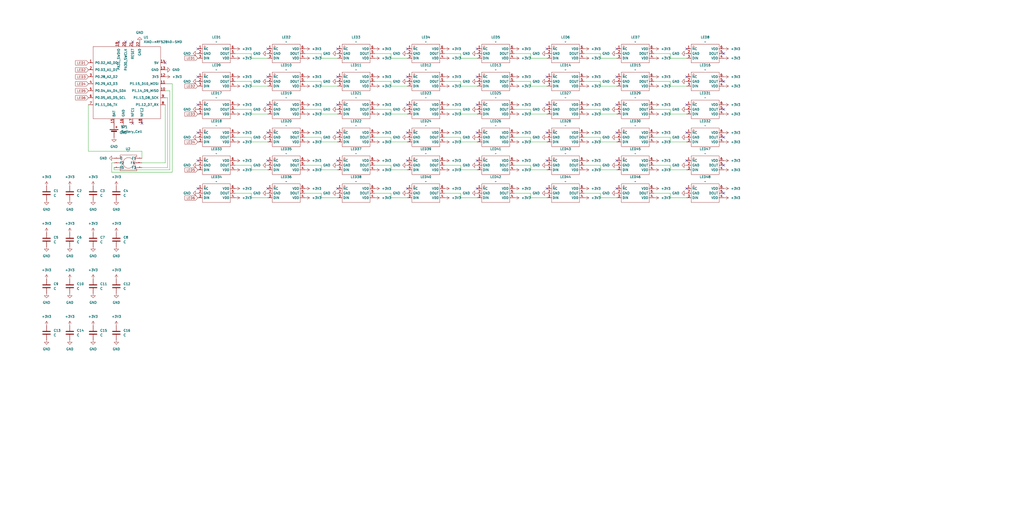
<source format=kicad_sch>
(kicad_sch (version 20250114) (generator "eeschema") (generator_version "9.0")
  (paper "User" 558.8 279.4)
  (no_connect (at 72.39 22.86))
  (no_connect (at 336.55 102.87))
  (no_connect (at 222.25 57.15))
  (no_connect (at 374.65 102.87))
  (no_connect (at 260.35 102.87))
  (no_connect (at 184.15 57.15))
  (no_connect (at 146.05 87.63))
  (no_connect (at 260.35 26.67))
  (no_connect (at 184.15 41.91))
  (no_connect (at 336.55 87.63))
  (no_connect (at 222.25 72.39))
  (no_connect (at 394.97 105.41))
  (no_connect (at 298.45 72.39))
  (no_connect (at 107.95 72.39))
  (no_connect (at 146.05 26.67))
  (no_connect (at 394.97 90.17))
  (no_connect (at 336.55 26.67))
  (no_connect (at 394.97 44.45))
  (no_connect (at 107.95 102.87))
  (no_connect (at 336.55 57.15))
  (no_connect (at 298.45 26.67))
  (no_connect (at 146.05 72.39))
  (no_connect (at 72.39 67.31))
  (no_connect (at 336.55 72.39))
  (no_connect (at 107.95 57.15))
  (no_connect (at 146.05 41.91))
  (no_connect (at 298.45 102.87))
  (no_connect (at 184.15 102.87))
  (no_connect (at 107.95 41.91))
  (no_connect (at 260.35 57.15))
  (no_connect (at 184.15 87.63))
  (no_connect (at 394.97 59.69))
  (no_connect (at 90.17 34.29))
  (no_connect (at 394.97 29.21))
  (no_connect (at 298.45 57.15))
  (no_connect (at 222.25 41.91))
  (no_connect (at 374.65 72.39))
  (no_connect (at 374.65 57.15))
  (no_connect (at 222.25 26.67))
  (no_connect (at 146.05 102.87))
  (no_connect (at 298.45 87.63))
  (no_connect (at 184.15 26.67))
  (no_connect (at 77.47 67.31))
  (no_connect (at 68.58 22.86))
  (no_connect (at 374.65 26.67))
  (no_connect (at 336.55 41.91))
  (no_connect (at 222.25 102.87))
  (no_connect (at 260.35 41.91))
  (no_connect (at 64.77 22.86))
  (no_connect (at 260.35 72.39))
  (no_connect (at 107.95 87.63))
  (no_connect (at 184.15 72.39))
  (no_connect (at 146.05 57.15))
  (no_connect (at 222.25 87.63))
  (no_connect (at 107.95 26.67))
  (no_connect (at 374.65 87.63))
  (no_connect (at 260.35 87.63))
  (no_connect (at 298.45 41.91))
  (no_connect (at 374.65 41.91))
  (no_connect (at 394.97 74.93))
  (wire (pts (xy 242.57 90.17) (xy 251.46 90.17)))
  (wire (pts (xy 166.37 90.17) (xy 175.26 90.17)))
  (wire (pts (xy 175.26 31.75) (xy 184.15 31.75)))
  (wire (pts (xy 77.47 86.36) (xy 77.47 82.55)))
  (wire (pts (xy 327.66 31.75) (xy 336.55 31.75)))
  (wire (pts (xy 251.46 107.95) (xy 260.35 107.95)))
  (wire (pts (xy 166.37 59.69) (xy 175.26 59.69)))
  (wire (pts (xy 137.16 46.99) (xy 146.05 46.99)))
  (wire (pts (xy 280.67 59.69) (xy 289.56 59.69)))
  (wire (pts (xy 251.46 92.71) (xy 260.35 92.71)))
  (wire (pts (xy 365.76 105.41) (xy 365.76 107.95)))
  (wire (pts (xy 289.56 29.21) (xy 289.56 31.75)))
  (wire (pts (xy 128.27 59.69) (xy 137.16 59.69)))
  (wire (pts (xy 137.16 29.21) (xy 137.16 31.75)))
  (wire (pts (xy 251.46 59.69) (xy 251.46 62.23)))
  (wire (pts (xy 128.27 90.17) (xy 137.16 90.17)))
  (wire (pts (xy 93.98 45.72) (xy 90.17 45.72)))
  (wire (pts (xy 280.67 105.41) (xy 289.56 105.41)))
  (wire (pts (xy 213.36 46.99) (xy 222.25 46.99)))
  (wire (pts (xy 289.56 46.99) (xy 298.45 46.99)))
  (wire (pts (xy 318.77 44.45) (xy 327.66 44.45)))
  (wire (pts (xy 175.26 107.95) (xy 184.15 107.95)))
  (wire (pts (xy 204.47 44.45) (xy 213.36 44.45)))
  (wire (pts (xy 213.36 74.93) (xy 213.36 77.47)))
  (wire (pts (xy 365.76 62.23) (xy 374.65 62.23)))
  (wire (pts (xy 251.46 31.75) (xy 260.35 31.75)))
  (wire (pts (xy 251.46 90.17) (xy 251.46 92.71)))
  (wire (pts (xy 242.57 59.69) (xy 251.46 59.69)))
  (wire (pts (xy 77.47 82.55) (xy 48.26 82.55)))
  (wire (pts (xy 137.16 62.23) (xy 146.05 62.23)))
  (wire (pts (xy 327.66 107.95) (xy 336.55 107.95)))
  (wire (pts (xy 204.47 105.41) (xy 213.36 105.41)))
  (wire (pts (xy 137.16 92.71) (xy 146.05 92.71)))
  (wire (pts (xy 289.56 105.41) (xy 289.56 107.95)))
  (wire (pts (xy 166.37 105.41) (xy 175.26 105.41)))
  (wire (pts (xy 175.26 46.99) (xy 184.15 46.99)))
  (wire (pts (xy 62.23 91.44) (xy 62.23 92.71)))
  (wire (pts (xy 365.76 90.17) (xy 365.76 92.71)))
  (wire (pts (xy 327.66 92.71) (xy 336.55 92.71)))
  (wire (pts (xy 327.66 62.23) (xy 336.55 62.23)))
  (wire (pts (xy 251.46 105.41) (xy 251.46 107.95)))
  (wire (pts (xy 289.56 31.75) (xy 298.45 31.75)))
  (wire (pts (xy 48.26 82.55) (xy 48.26 57.15)))
  (wire (pts (xy 365.76 77.47) (xy 374.65 77.47)))
  (wire (pts (xy 92.71 49.53) (xy 90.17 49.53)))
  (wire (pts (xy 137.16 107.95) (xy 146.05 107.95)))
  (wire (pts (xy 242.57 29.21) (xy 251.46 29.21)))
  (wire (pts (xy 137.16 105.41) (xy 137.16 107.95)))
  (wire (pts (xy 204.47 29.21) (xy 213.36 29.21)))
  (wire (pts (xy 356.87 74.93) (xy 365.76 74.93)))
  (wire (pts (xy 289.56 59.69) (xy 289.56 62.23)))
  (wire (pts (xy 137.16 74.93) (xy 137.16 77.47)))
  (wire (pts (xy 242.57 105.41) (xy 251.46 105.41)))
  (wire (pts (xy 128.27 74.93) (xy 137.16 74.93)))
  (wire (pts (xy 242.57 74.93) (xy 251.46 74.93)))
  (wire (pts (xy 175.26 90.17) (xy 175.26 92.71)))
  (wire (pts (xy 318.77 29.21) (xy 327.66 29.21)))
  (wire (pts (xy 356.87 59.69) (xy 365.76 59.69)))
  (wire (pts (xy 175.26 29.21) (xy 175.26 31.75)))
  (wire (pts (xy 327.66 77.47) (xy 336.55 77.47)))
  (wire (pts (xy 356.87 90.17) (xy 365.76 90.17)))
  (wire (pts (xy 137.16 77.47) (xy 146.05 77.47)))
  (wire (pts (xy 137.16 31.75) (xy 146.05 31.75)))
  (wire (pts (xy 166.37 74.93) (xy 175.26 74.93)))
  (wire (pts (xy 62.23 88.9) (xy 60.96 88.9)))
  (wire (pts (xy 365.76 107.95) (xy 374.65 107.95)))
  (wire (pts (xy 251.46 62.23) (xy 260.35 62.23)))
  (wire (pts (xy 318.77 105.41) (xy 327.66 105.41)))
  (wire (pts (xy 60.96 88.9) (xy 60.96 93.98)))
  (wire (pts (xy 289.56 90.17) (xy 289.56 92.71)))
  (wire (pts (xy 280.67 90.17) (xy 289.56 90.17)))
  (wire (pts (xy 213.36 44.45) (xy 213.36 46.99)))
  (wire (pts (xy 251.46 46.99) (xy 260.35 46.99)))
  (wire (pts (xy 289.56 74.93) (xy 289.56 77.47)))
  (wire (pts (xy 280.67 74.93) (xy 289.56 74.93)))
  (wire (pts (xy 318.77 59.69) (xy 327.66 59.69)))
  (wire (pts (xy 175.26 59.69) (xy 175.26 62.23)))
  (wire (pts (xy 77.47 91.44) (xy 91.44 91.44)))
  (wire (pts (xy 175.26 44.45) (xy 175.26 46.99)))
  (wire (pts (xy 92.71 92.71) (xy 92.71 49.53)))
  (wire (pts (xy 327.66 29.21) (xy 327.66 31.75)))
  (wire (pts (xy 175.26 105.41) (xy 175.26 107.95)))
  (wire (pts (xy 356.87 44.45) (xy 365.76 44.45)))
  (wire (pts (xy 251.46 44.45) (xy 251.46 46.99)))
  (wire (pts (xy 213.36 92.71) (xy 222.25 92.71)))
  (wire (pts (xy 327.66 90.17) (xy 327.66 92.71)))
  (wire (pts (xy 327.66 74.93) (xy 327.66 77.47)))
  (wire (pts (xy 365.76 46.99) (xy 374.65 46.99)))
  (wire (pts (xy 365.76 59.69) (xy 365.76 62.23)))
  (wire (pts (xy 289.56 77.47) (xy 298.45 77.47)))
  (wire (pts (xy 242.57 44.45) (xy 251.46 44.45)))
  (wire (pts (xy 175.26 92.71) (xy 184.15 92.71)))
  (wire (pts (xy 318.77 90.17) (xy 327.66 90.17)))
  (wire (pts (xy 128.27 44.45) (xy 137.16 44.45)))
  (wire (pts (xy 289.56 62.23) (xy 298.45 62.23)))
  (wire (pts (xy 60.96 93.98) (xy 93.98 93.98)))
  (wire (pts (xy 213.36 31.75) (xy 222.25 31.75)))
  (wire (pts (xy 280.67 29.21) (xy 289.56 29.21)))
  (wire (pts (xy 91.44 91.44) (xy 91.44 53.34)))
  (wire (pts (xy 289.56 107.95) (xy 298.45 107.95)))
  (wire (pts (xy 213.36 62.23) (xy 222.25 62.23)))
  (wire (pts (xy 204.47 90.17) (xy 213.36 90.17)))
  (wire (pts (xy 280.67 44.45) (xy 289.56 44.45)))
  (wire (pts (xy 213.36 105.41) (xy 213.36 107.95)))
  (wire (pts (xy 213.36 90.17) (xy 213.36 92.71)))
  (wire (pts (xy 128.27 105.41) (xy 137.16 105.41)))
  (wire (pts (xy 327.66 105.41) (xy 327.66 107.95)))
  (wire (pts (xy 365.76 92.71) (xy 374.65 92.71)))
  (wire (pts (xy 251.46 74.93) (xy 251.46 77.47)))
  (wire (pts (xy 365.76 31.75) (xy 374.65 31.75)))
  (wire (pts (xy 251.46 77.47) (xy 260.35 77.47)))
  (wire (pts (xy 213.36 77.47) (xy 222.25 77.47)))
  (wire (pts (xy 327.66 59.69) (xy 327.66 62.23)))
  (wire (pts (xy 128.27 29.21) (xy 137.16 29.21)))
  (wire (pts (xy 365.76 29.21) (xy 365.76 31.75)))
  (wire (pts (xy 365.76 44.45) (xy 365.76 46.99)))
  (wire (pts (xy 175.26 62.23) (xy 184.15 62.23)))
  (wire (pts (xy 175.26 77.47) (xy 184.15 77.47)))
  (wire (pts (xy 318.77 74.93) (xy 327.66 74.93)))
  (wire (pts (xy 213.36 29.21) (xy 213.36 31.75)))
  (wire (pts (xy 137.16 90.17) (xy 137.16 92.71)))
  (wire (pts (xy 90.17 88.9) (xy 90.17 57.15)))
  (wire (pts (xy 356.87 105.41) (xy 365.76 105.41)))
  (wire (pts (xy 251.46 29.21) (xy 251.46 31.75)))
  (wire (pts (xy 356.87 29.21) (xy 365.76 29.21)))
  (wire (pts (xy 166.37 29.21) (xy 175.26 29.21)))
  (wire (pts (xy 137.16 44.45) (xy 137.16 46.99)))
  (wire (pts (xy 289.56 92.71) (xy 298.45 92.71)))
  (wire (pts (xy 365.76 74.93) (xy 365.76 77.47)))
  (wire (pts (xy 213.36 59.69) (xy 213.36 62.23)))
  (wire (pts (xy 175.26 74.93) (xy 175.26 77.47)))
  (wire (pts (xy 213.36 107.95) (xy 222.25 107.95)))
  (wire (pts (xy 204.47 59.69) (xy 213.36 59.69)))
  (wire (pts (xy 327.66 44.45) (xy 327.66 46.99)))
  (wire (pts (xy 327.66 46.99) (xy 336.55 46.99)))
  (wire (pts (xy 166.37 44.45) (xy 175.26 44.45)))
  (wire (pts (xy 137.16 59.69) (xy 137.16 62.23)))
  (wire (pts (xy 289.56 44.45) (xy 289.56 46.99)))
  (wire (pts (xy 204.47 74.93) (xy 213.36 74.93)))
  (wire (pts (xy 91.44 53.34) (xy 90.17 53.34)))
  (wire (pts (xy 93.98 93.98) (xy 93.98 45.72)))
  (wire (pts (xy 62.23 92.71) (xy 92.71 92.71)))
  (wire (pts (xy 77.47 88.9) (xy 90.17 88.9)))
  (global_label "LED3" (shape input) (at 107.95 62.23 180) (property "Intersheetrefs" "${INTERSHEET_REFS}" (effects (hide yes))))
  (global_label "LED2" (shape input) (at 48.26 38.1 180) (property "Intersheetrefs" "${INTERSHEET_REFS}" (effects (hide yes))))
  (global_label "LED6" (shape input) (at 48.26 53.34 180) (property "Intersheetrefs" "${INTERSHEET_REFS}" (effects (hide yes))))
  (global_label "LED5" (shape input) (at 48.26 49.53 180) (property "Intersheetrefs" "${INTERSHEET_REFS}" (effects (hide yes))))
  (global_label "LED3" (shape input) (at 48.26 41.91 180) (property "Intersheetrefs" "${INTERSHEET_REFS}" (effects (hide yes))))
  (global_label "LED4" (shape input) (at 107.95 77.47 180) (property "Intersheetrefs" "${INTERSHEET_REFS}" (effects (hide yes))))
  (global_label "LED4" (shape input) (at 48.26 45.72 180) (property "Intersheetrefs" "${INTERSHEET_REFS}" (effects (hide yes))))
  (global_label "LED1" (shape input) (at 107.95 31.75 180) (property "Intersheetrefs" "${INTERSHEET_REFS}" (effects (hide yes))))
  (global_label "LED6" (shape input) (at 107.95 107.95 180) (property "Intersheetrefs" "${INTERSHEET_REFS}" (effects (hide yes))))
  (global_label "LED1" (shape input) (at 48.26 34.29 180) (property "Intersheetrefs" "${INTERSHEET_REFS}" (effects (hide yes))))
  (global_label "LED2" (shape input) (at 107.95 46.99 180) (property "Intersheetrefs" "${INTERSHEET_REFS}" (effects (hide yes))))
  (global_label "LED5" (shape input) (at 107.95 92.71 180) (property "Intersheetrefs" "${INTERSHEET_REFS}" (effects (hide yes))))
  (symbol (lib_id "power:+3V3") (at 394.97 26.67 270) (unit 1)
    (property "Reference" "#PWR023" (effects (hide yes)))
    (property "Value" "+3V3" (at 398.78 26.6699 90) (effects (justify left)))
    (property "Description" "Power symbol creates a global label with name \"+3V3\"" (effects (hide yes)))
  )
  (symbol (lib_id "power:GND") (at 146.05 90.17 270) (unit 1)
    (property "Reference" "#PWR0103" (effects (hide yes)))
    (property "Value" "GND" (at 142.24 90.1699 90) (effects (justify right)))
    (property "Description" "Power symbol creates a global label with name \"GND\" , ground" (effects (hide yes)))
  )
  (symbol (lib_id "power:+3V3") (at 356.87 77.47 270) (unit 1)
    (property "Reference" "#PWR090" (effects (hide yes)))
    (property "Value" "+3V3" (at 360.68 77.4699 90) (effects (justify left)))
    (property "Description" "Power symbol creates a global label with name \"+3V3\"" (effects (hide yes)))
  )
  (symbol (lib_id "power:GND") (at 260.35 44.45 270) (unit 1)
    (property "Reference" "#PWR037" (effects (hide yes)))
    (property "Value" "GND" (at 256.54 44.4499 90) (effects (justify right)))
    (property "Description" "Power symbol creates a global label with name \"GND\" , ground" (effects (hide yes)))
  )
  (symbol (lib_id "RGBW:SK6812MINIRGBW-NW-P6") (at 194.31 44.45 0) (unit 1)
    (property "Reference" "LED11" (at 194.31 35.56 0))
    (property "Value" "~" (at 194.31 38.1 0))
    (property "Footprint" "RGBW:LED-ARRAY-SMD_6P-L3.7-W3.5-TL_SK6812MINIRGBW-XW-P6-A-000" (effects (hide yes)))
    (property "Manufacturer Part" "SK6812MINIRGBW-NW-P6" (effects (hide yes)))
  )
  (symbol (lib_id "RGBW:SK6812MINIRGBW-NW-P6") (at 118.11 74.93 0) (unit 1)
    (property "Reference" "LED18" (at 118.11 66.04 0))
    (property "Value" "~" (at 118.11 68.58 0))
    (property "Footprint" "RGBW:LED-ARRAY-SMD_6P-L3.7-W3.5-TL_SK6812MINIRGBW-XW-P6-A-000" (effects (hide yes)))
    (property "Manufacturer Part" "SK6812MINIRGBW-NW-P6" (effects (hide yes)))
  )
  (symbol (lib_id "RGBW:SK6812MINIRGBW-NW-P6") (at 118.11 29.21 0) (unit 1)
    (property "Reference" "LED1" (at 118.11 20.32 0))
    (property "Value" "~" (at 118.11 22.86 0))
    (property "Footprint" "RGBW:LED-ARRAY-SMD_6P-L3.7-W3.5-TL_SK6812MINIRGBW-XW-P6-A-000" (effects (hide yes)))
    (property "Manufacturer Part" "SK6812MINIRGBW-NW-P6" (effects (hide yes)))
  )
  (symbol (lib_id "power:GND") (at 374.65 59.69 270) (unit 1)
    (property "Reference" "#PWR091" (effects (hide yes)))
    (property "Value" "GND" (at 370.84 59.6899 90) (effects (justify right)))
    (property "Description" "Power symbol creates a global label with name \"GND\" , ground" (effects (hide yes)))
  )
  (symbol (lib_id "power:+3V3") (at 25.4 177.8 0) (unit 1)
    (property "Reference" "#PWR0175" (effects (hide yes)))
    (property "Value" "+3V3" (at 25.4 172.72 0))
    (property "Description" "Power symbol creates a global label with name \"+3V3\"" (effects (hide yes)))
  )
  (symbol (lib_id "RGBW:SK6812MINIRGBW-NW-P6") (at 118.11 90.17 0) (unit 1)
    (property "Reference" "LED33" (at 118.11 81.28 0))
    (property "Value" "~" (at 118.11 83.82 0))
    (property "Footprint" "RGBW:LED-ARRAY-SMD_6P-L3.7-W3.5-TL_SK6812MINIRGBW-XW-P6-A-000" (effects (hide yes)))
    (property "Manufacturer Part" "SK6812MINIRGBW-NW-P6" (effects (hide yes)))
  )
  (symbol (lib_id "power:+3V3") (at 318.77 102.87 270) (unit 1)
    (property "Reference" "#PWR0131" (effects (hide yes)))
    (property "Value" "+3V3" (at 322.58 102.8699 90) (effects (justify left)))
    (property "Description" "Power symbol creates a global label with name \"+3V3\"" (effects (hide yes)))
  )
  (symbol (lib_id "power:GND") (at 184.15 59.69 270) (unit 1)
    (property "Reference" "#PWR061" (effects (hide yes)))
    (property "Value" "GND" (at 180.34 59.6899 90) (effects (justify right)))
    (property "Description" "Power symbol creates a global label with name \"GND\" , ground" (effects (hide yes)))
  )
  (symbol (lib_id "power:+3V3") (at 128.27 77.47 270) (unit 1)
    (property "Reference" "#PWR054" (effects (hide yes)))
    (property "Value" "+3V3" (at 132.08 77.4699 90) (effects (justify left)))
    (property "Description" "Power symbol creates a global label with name \"+3V3\"" (effects (hide yes)))
  )
  (symbol (lib_id "power:GND") (at 184.15 44.45 270) (unit 1)
    (property "Reference" "#PWR031" (effects (hide yes)))
    (property "Value" "GND" (at 180.34 44.4499 90) (effects (justify right)))
    (property "Description" "Power symbol creates a global label with name \"GND\" , ground" (effects (hide yes)))
  )
  (symbol (lib_id "power:+3V3") (at 280.67 107.95 270) (unit 1)
    (property "Reference" "#PWR0126" (effects (hide yes)))
    (property "Value" "+3V3" (at 284.48 107.9499 90) (effects (justify left)))
    (property "Description" "Power symbol creates a global label with name \"+3V3\"" (effects (hide yes)))
  )
  (symbol (lib_id "power:+3V3") (at 38.1 127 0) (unit 1)
    (property "Reference" "#PWR0161" (effects (hide yes)))
    (property "Value" "+3V3" (at 38.1 121.92 0))
    (property "Description" "Power symbol creates a global label with name \"+3V3\"" (effects (hide yes)))
  )
  (symbol (lib_id "power:GND") (at 260.35 105.41 270) (unit 1)
    (property "Reference" "#PWR0122" (effects (hide yes)))
    (property "Value" "GND" (at 256.54 105.4099 90) (effects (justify right)))
    (property "Description" "Power symbol creates a global label with name \"GND\" , ground" (effects (hide yes)))
  )
  (symbol (lib_id "power:+3V3") (at 318.77 62.23 270) (unit 1)
    (property "Reference" "#PWR082" (effects (hide yes)))
    (property "Value" "+3V3" (at 322.58 62.2299 90) (effects (justify left)))
    (property "Description" "Power symbol creates a global label with name \"+3V3\"" (effects (hide yes)))
  )
  (symbol (lib_id "power:GND") (at 184.15 29.21 270) (unit 1)
    (property "Reference" "#PWR07" (effects (hide yes)))
    (property "Value" "GND" (at 180.34 29.2099 90) (effects (justify right)))
    (property "Description" "Power symbol creates a global label with name \"GND\" , ground" (effects (hide yes)))
  )
  (symbol (lib_id "power:GND") (at 374.65 74.93 270) (unit 1)
    (property "Reference" "#PWR092" (effects (hide yes)))
    (property "Value" "GND" (at 370.84 74.9299 90) (effects (justify right)))
    (property "Description" "Power symbol creates a global label with name \"GND\" , ground" (effects (hide yes)))
  )
  (symbol (lib_id "power:+3V3") (at 242.57 87.63 270) (unit 1)
    (property "Reference" "#PWR0117" (effects (hide yes)))
    (property "Value" "+3V3" (at 246.38 87.6299 90) (effects (justify left)))
    (property "Description" "Power symbol creates a global label with name \"+3V3\"" (effects (hide yes)))
  )
  (symbol (lib_id "power:GND") (at 222.25 44.45 270) (unit 1)
    (property "Reference" "#PWR034" (effects (hide yes)))
    (property "Value" "GND" (at 218.44 44.4499 90) (effects (justify right)))
    (property "Description" "Power symbol creates a global label with name \"GND\" , ground" (effects (hide yes)))
  )
  (symbol (lib_id "RGBW:SK6812MINIRGBW-NW-P6") (at 308.61 74.93 0) (unit 1)
    (property "Reference" "LED28" (at 308.61 66.04 0))
    (property "Value" "~" (at 308.61 68.58 0))
    (property "Footprint" "RGBW:LED-ARRAY-SMD_6P-L3.7-W3.5-TL_SK6812MINIRGBW-XW-P6-A-000" (effects (hide yes)))
    (property "Manufacturer Part" "SK6812MINIRGBW-NW-P6" (effects (hide yes)))
  )
  (symbol (lib_id "power:+3V3") (at 394.97 72.39 270) (unit 1)
    (property "Reference" "#PWR095" (effects (hide yes)))
    (property "Value" "+3V3" (at 398.78 72.3899 90) (effects (justify left)))
    (property "Description" "Power symbol creates a global label with name \"+3V3\"" (effects (hide yes)))
  )
  (symbol (lib_id "RGBW:SK6812MINIRGBW-NW-P6") (at 232.41 29.21 0) (unit 1)
    (property "Reference" "LED4" (at 232.41 20.32 0))
    (property "Value" "~" (at 232.41 22.86 0))
    (property "Footprint" "RGBW:LED-ARRAY-SMD_6P-L3.7-W3.5-TL_SK6812MINIRGBW-XW-P6-A-000" (effects (hide yes)))
    (property "Manufacturer Part" "SK6812MINIRGBW-NW-P6" (effects (hide yes)))
  )
  (symbol (lib_id "power:+3V3") (at 204.47 62.23 270) (unit 1)
    (property "Reference" "#PWR064" (effects (hide yes)))
    (property "Value" "+3V3" (at 208.28 62.2299 90) (effects (justify left)))
    (property "Description" "Power symbol creates a global label with name \"+3V3\"" (effects (hide yes)))
  )
  (symbol (lib_id "power:+3V3") (at 394.97 57.15 270) (unit 1)
    (property "Reference" "#PWR093" (effects (hide yes)))
    (property "Value" "+3V3" (at 398.78 57.1499 90) (effects (justify left)))
    (property "Description" "Power symbol creates a global label with name \"+3V3\"" (effects (hide yes)))
  )
  (symbol (lib_id "power:+3V3") (at 25.4 127 0) (unit 1)
    (property "Reference" "#PWR0159" (effects (hide yes)))
    (property "Value" "+3V3" (at 25.4 121.92 0))
    (property "Description" "Power symbol creates a global label with name \"+3V3\"" (effects (hide yes)))
  )
  (symbol (lib_id "power:+3V3") (at 356.87 107.95 270) (unit 1)
    (property "Reference" "#PWR0138" (effects (hide yes)))
    (property "Value" "+3V3" (at 360.68 107.9499 90) (effects (justify left)))
    (property "Description" "Power symbol creates a global label with name \"+3V3\"" (effects (hide yes)))
  )
  (symbol (lib_id "RGBW:SK6812MINIRGBW-NW-P6") (at 232.41 44.45 0) (unit 1)
    (property "Reference" "LED12" (at 232.41 35.56 0))
    (property "Value" "~" (at 232.41 38.1 0))
    (property "Footprint" "RGBW:LED-ARRAY-SMD_6P-L3.7-W3.5-TL_SK6812MINIRGBW-XW-P6-A-000" (effects (hide yes)))
    (property "Manufacturer Part" "SK6812MINIRGBW-NW-P6" (effects (hide yes)))
  )
  (symbol (lib_id "power:+3V3") (at 318.77 92.71 270) (unit 1)
    (property "Reference" "#PWR0130" (effects (hide yes)))
    (property "Value" "+3V3" (at 322.58 92.7099 90) (effects (justify left)))
    (property "Description" "Power symbol creates a global label with name \"+3V3\"" (effects (hide yes)))
  )
  (symbol (lib_id "power:GND") (at 184.15 74.93 270) (unit 1)
    (property "Reference" "#PWR062" (effects (hide yes)))
    (property "Value" "GND" (at 180.34 74.9299 90) (effects (justify right)))
    (property "Description" "Power symbol creates a global label with name \"GND\" , ground" (effects (hide yes)))
  )
  (symbol (lib_id "power:GND") (at 336.55 105.41 270) (unit 1)
    (property "Reference" "#PWR0134" (effects (hide yes)))
    (property "Value" "GND" (at 332.74 105.4099 90) (effects (justify right)))
    (property "Description" "Power symbol creates a global label with name \"GND\" , ground" (effects (hide yes)))
  )
  (symbol (lib_id "power:GND") (at 50.8 185.42 0) (unit 1)
    (property "Reference" "#PWR0180" (effects (hide yes)))
    (property "Value" "GND" (at 50.8 190.5 0))
    (property "Description" "Power symbol creates a global label with name \"GND\" , ground" (effects (hide yes)))
  )
  (symbol (lib_id "power:+3V3") (at 280.67 77.47 270) (unit 1)
    (property "Reference" "#PWR078" (effects (hide yes)))
    (property "Value" "+3V3" (at 284.48 77.4699 90) (effects (justify left)))
    (property "Description" "Power symbol creates a global label with name \"+3V3\"" (effects (hide yes)))
  )
  (symbol (lib_id "Device:C") (at 38.1 105.41 0) (unit 1)
    (property "Reference" "C2" (at 41.91 104.1399 0) (effects (justify left)))
    (property "Value" "C" (at 41.91 106.6799 0) (effects (justify left)))
    (property "Footprint" "Capacitor_SMD:C_0805_2012Metric_Pad1.18x1.45mm_HandSolder" (effects (hide yes)))
    (property "Description" "Unpolarized capacitor" (effects (hide yes)))
  )
  (symbol (lib_id "power:GND") (at 25.4 185.42 0) (unit 1)
    (property "Reference" "#PWR0176" (effects (hide yes)))
    (property "Value" "GND" (at 25.4 190.5 0))
    (property "Description" "Power symbol creates a global label with name \"GND\" , ground" (effects (hide yes)))
  )
  (symbol (lib_id "Device:C") (at 50.8 105.41 0) (unit 1)
    (property "Reference" "C3" (at 54.61 104.1399 0) (effects (justify left)))
    (property "Value" "C" (at 54.61 106.6799 0) (effects (justify left)))
    (property "Footprint" "Capacitor_SMD:C_0805_2012Metric_Pad1.18x1.45mm_HandSolder" (effects (hide yes)))
    (property "Description" "Unpolarized capacitor" (effects (hide yes)))
  )
  (symbol (lib_id "power:+3V3") (at 204.47 31.75 270) (unit 1)
    (property "Reference" "#PWR09" (effects (hide yes)))
    (property "Value" "+3V3" (at 208.28 31.7499 90) (effects (justify left)))
    (property "Description" "Power symbol creates a global label with name \"+3V3\"" (effects (hide yes)))
  )
  (symbol (lib_id "power:+3V3") (at 204.47 102.87 270) (unit 1)
    (property "Reference" "#PWR0113" (effects (hide yes)))
    (property "Value" "+3V3" (at 208.28 102.8699 90) (effects (justify left)))
    (property "Description" "Power symbol creates a global label with name \"+3V3\"" (effects (hide yes)))
  )
  (symbol (lib_id "RGBW:SK6812MINIRGBW-NW-P6") (at 156.21 90.17 0) (unit 1)
    (property "Reference" "LED35" (at 156.21 81.28 0))
    (property "Value" "~" (at 156.21 83.82 0))
    (property "Footprint" "RGBW:LED-ARRAY-SMD_6P-L3.7-W3.5-TL_SK6812MINIRGBW-XW-P6-A-000" (effects (hide yes)))
    (property "Manufacturer Part" "SK6812MINIRGBW-NW-P6" (effects (hide yes)))
  )
  (symbol (lib_id "power:GND") (at 63.5 160.02 0) (unit 1)
    (property "Reference" "#PWR0174" (effects (hide yes)))
    (property "Value" "GND" (at 63.5 165.1 0))
    (property "Description" "Power symbol creates a global label with name \"GND\" , ground" (effects (hide yes)))
  )
  (symbol (lib_id "RGBW:SK6812MINIRGBW-NW-P6") (at 194.31 59.69 0) (unit 1)
    (property "Reference" "LED21" (at 194.31 50.8 0))
    (property "Value" "~" (at 194.31 53.34 0))
    (property "Footprint" "RGBW:LED-ARRAY-SMD_6P-L3.7-W3.5-TL_SK6812MINIRGBW-XW-P6-A-000" (effects (hide yes)))
    (property "Manufacturer Part" "SK6812MINIRGBW-NW-P6" (effects (hide yes)))
  )
  (symbol (lib_id "Device:Battery_Cell") (at 62.23 72.39 0) (unit 1)
    (property "Reference" "BT1" (at 66.04 69.2784 0) (effects (justify left)))
    (property "Value" "Battery_Cell" (at 66.04 71.8184 0) (effects (justify left)))
    (property "Footprint" "Connector_PinHeader_1.00mm:PinHeader_1x02_P1.00mm_Vertical" (effects (hide yes)))
    (property "Description" "Single-cell battery" (effects (hide yes)))
  )
  (symbol (lib_id "power:+3V3") (at 318.77 46.99 270) (unit 1)
    (property "Reference" "#PWR042" (effects (hide yes)))
    (property "Value" "+3V3" (at 322.58 46.9899 90) (effects (justify left)))
    (property "Description" "Power symbol creates a global label with name \"+3V3\"" (effects (hide yes)))
  )
  (symbol (lib_id "power:+3V3") (at 204.47 57.15 270) (unit 1)
    (property "Reference" "#PWR063" (effects (hide yes)))
    (property "Value" "+3V3" (at 208.28 57.1499 90) (effects (justify left)))
    (property "Description" "Power symbol creates a global label with name \"+3V3\"" (effects (hide yes)))
  )
  (symbol (lib_id "power:GND") (at 146.05 44.45 270) (unit 1)
    (property "Reference" "#PWR028" (effects (hide yes)))
    (property "Value" "GND" (at 142.24 44.4499 90) (effects (justify right)))
    (property "Description" "Power symbol creates a global label with name \"GND\" , ground" (effects (hide yes)))
  )
  (symbol (lib_id "power:+3V3") (at 394.97 107.95 270) (unit 1)
    (property "Reference" "#PWR0144" (effects (hide yes)))
    (property "Value" "+3V3" (at 398.78 107.9499 90) (effects (justify left)))
    (property "Description" "Power symbol creates a global label with name \"+3V3\"" (effects (hide yes)))
  )
  (symbol (lib_id "RGBW:SK6812MINIRGBW-NW-P6") (at 194.31 74.93 0) (unit 1)
    (property "Reference" "LED22" (at 194.31 66.04 0))
    (property "Value" "~" (at 194.31 68.58 0))
    (property "Footprint" "RGBW:LED-ARRAY-SMD_6P-L3.7-W3.5-TL_SK6812MINIRGBW-XW-P6-A-000" (effects (hide yes)))
    (property "Manufacturer Part" "SK6812MINIRGBW-NW-P6" (effects (hide yes)))
  )
  (symbol (lib_id "power:GND") (at 25.4 109.22 0) (unit 1)
    (property "Reference" "#PWR0152" (effects (hide yes)))
    (property "Value" "GND" (at 25.4 114.3 0))
    (property "Description" "Power symbol creates a global label with name \"GND\" , ground" (effects (hide yes)))
  )
  (symbol (lib_id "power:GND") (at 222.25 105.41 270) (unit 1)
    (property "Reference" "#PWR0116" (effects (hide yes)))
    (property "Value" "GND" (at 218.44 105.4099 90) (effects (justify right)))
    (property "Description" "Power symbol creates a global label with name \"GND\" , ground" (effects (hide yes)))
  )
  (symbol (lib_id "power:+3V3") (at 394.97 102.87 270) (unit 1)
    (property "Reference" "#PWR0143" (effects (hide yes)))
    (property "Value" "+3V3" (at 398.78 102.8699 90) (effects (justify left)))
    (property "Description" "Power symbol creates a global label with name \"+3V3\"" (effects (hide yes)))
  )
  (symbol (lib_id "power:GND") (at 25.4 134.62 0) (unit 1)
    (property "Reference" "#PWR0160" (effects (hide yes)))
    (property "Value" "GND" (at 25.4 139.7 0))
    (property "Description" "Power symbol creates a global label with name \"GND\" , ground" (effects (hide yes)))
  )
  (symbol (lib_id "power:GND") (at 146.05 74.93 270) (unit 1)
    (property "Reference" "#PWR056" (effects (hide yes)))
    (property "Value" "GND" (at 142.24 74.9299 90) (effects (justify right)))
    (property "Description" "Power symbol creates a global label with name \"GND\" , ground" (effects (hide yes)))
  )
  (symbol (lib_id "RGBW:SK6812MINIRGBW-NW-P6") (at 308.61 105.41 0) (unit 1)
    (property "Reference" "LED44" (at 308.61 96.52 0))
    (property "Value" "~" (at 308.61 99.06 0))
    (property "Footprint" "RGBW:LED-ARRAY-SMD_6P-L3.7-W3.5-TL_SK6812MINIRGBW-XW-P6-A-000" (effects (hide yes)))
    (property "Manufacturer Part" "SK6812MINIRGBW-NW-P6" (effects (hide yes)))
  )
  (symbol (lib_id "power:GND") (at 38.1 185.42 0) (unit 1)
    (property "Reference" "#PWR0178" (effects (hide yes)))
    (property "Value" "GND" (at 38.1 190.5 0))
    (property "Description" "Power symbol creates a global label with name \"GND\" , ground" (effects (hide yes)))
  )
  (symbol (lib_id "power:+3V3") (at 242.57 62.23 270) (unit 1)
    (property "Reference" "#PWR070" (effects (hide yes)))
    (property "Value" "+3V3" (at 246.38 62.2299 90) (effects (justify left)))
    (property "Description" "Power symbol creates a global label with name \"+3V3\"" (effects (hide yes)))
  )
  (symbol (lib_id "power:GND") (at 374.65 105.41 270) (unit 1)
    (property "Reference" "#PWR0140" (effects (hide yes)))
    (property "Value" "GND" (at 370.84 105.4099 90) (effects (justify right)))
    (property "Description" "Power symbol creates a global label with name \"GND\" , ground" (effects (hide yes)))
  )
  (symbol (lib_id "RGBW:SK6812MINIRGBW-NW-P6") (at 308.61 29.21 0) (unit 1)
    (property "Reference" "LED6" (at 308.61 20.32 0))
    (property "Value" "~" (at 308.61 22.86 0))
    (property "Footprint" "RGBW:LED-ARRAY-SMD_6P-L3.7-W3.5-TL_SK6812MINIRGBW-XW-P6-A-000" (effects (hide yes)))
    (property "Manufacturer Part" "SK6812MINIRGBW-NW-P6" (effects (hide yes)))
  )
  (symbol (lib_id "power:+3V3") (at 128.27 57.15 270) (unit 1)
    (property "Reference" "#PWR051" (effects (hide yes)))
    (property "Value" "+3V3" (at 132.08 57.1499 90) (effects (justify left)))
    (property "Description" "Power symbol creates a global label with name \"+3V3\"" (effects (hide yes)))
  )
  (symbol (lib_id "power:+3V3") (at 90.17 41.91 270) (unit 1)
    (property "Reference" "#PWR0149" (effects (hide yes)))
    (property "Value" "+3V3" (at 93.98 41.9099 90) (effects (justify left)))
    (property "Description" "Power symbol creates a global label with name \"+3V3\"" (effects (hide yes)))
  )
  (symbol (lib_id "power:GND") (at 63.5 134.62 0) (unit 1)
    (property "Reference" "#PWR0166" (effects (hide yes)))
    (property "Value" "GND" (at 63.5 139.7 0))
    (property "Description" "Power symbol creates a global label with name \"GND\" , ground" (effects (hide yes)))
  )
  (symbol (lib_id "power:GND") (at 67.31 67.31 0) (unit 1)
    (property "Reference" "#PWR0146" (effects (hide yes)))
    (property "Value" "GND" (at 67.31 72.39 0))
    (property "Description" "Power symbol creates a global label with name \"GND\" , ground" (effects (hide yes)))
  )
  (symbol (lib_id "power:+3V3") (at 242.57 107.95 270) (unit 1)
    (property "Reference" "#PWR0120" (effects (hide yes)))
    (property "Value" "+3V3" (at 246.38 107.9499 90) (effects (justify left)))
    (property "Description" "Power symbol creates a global label with name \"+3V3\"" (effects (hide yes)))
  )
  (symbol (lib_id "power:+3V3") (at 128.27 46.99 270) (unit 1)
    (property "Reference" "#PWR027" (effects (hide yes)))
    (property "Value" "+3V3" (at 132.08 46.9899 90) (effects (justify left)))
    (property "Description" "Power symbol creates a global label with name \"+3V3\"" (effects (hide yes)))
  )
  (symbol (lib_id "power:+3V3") (at 280.67 26.67 270) (unit 1)
    (property "Reference" "#PWR01" (effects (hide yes)))
    (property "Value" "+3V3" (at 284.48 26.6699 90) (effects (justify left)))
    (property "Description" "Power symbol creates a global label with name \"+3V3\"" (effects (hide yes)))
  )
  (symbol (lib_id "power:+3V3") (at 204.47 26.67 270) (unit 1)
    (property "Reference" "#PWR08" (effects (hide yes)))
    (property "Value" "+3V3" (at 208.28 26.6699 90) (effects (justify left)))
    (property "Description" "Power symbol creates a global label with name \"+3V3\"" (effects (hide yes)))
  )
  (symbol (lib_id "power:+3V3") (at 50.8 152.4 0) (unit 1)
    (property "Reference" "#PWR0171" (effects (hide yes)))
    (property "Value" "+3V3" (at 50.8 147.32 0))
    (property "Description" "Power symbol creates a global label with name \"+3V3\"" (effects (hide yes)))
  )
  (symbol (lib_id "RGBW:SK6812MINIRGBW-NW-P6") (at 346.71 59.69 0) (unit 1)
    (property "Reference" "LED29" (at 346.71 50.8 0))
    (property "Value" "~" (at 346.71 53.34 0))
    (property "Footprint" "RGBW:LED-ARRAY-SMD_6P-L3.7-W3.5-TL_SK6812MINIRGBW-XW-P6-A-000" (effects (hide yes)))
    (property "Manufacturer Part" "SK6812MINIRGBW-NW-P6" (effects (hide yes)))
  )
  (symbol (lib_id "power:+3V3") (at 128.27 92.71 270) (unit 1)
    (property "Reference" "#PWR0100" (effects (hide yes)))
    (property "Value" "+3V3" (at 132.08 92.7099 90) (effects (justify left)))
    (property "Description" "Power symbol creates a global label with name \"+3V3\"" (effects (hide yes)))
  )
  (symbol (lib_id "Device:C") (at 25.4 130.81 0) (unit 1)
    (property "Reference" "C5" (at 29.21 129.5399 0) (effects (justify left)))
    (property "Value" "C" (at 29.21 132.0799 0) (effects (justify left)))
    (property "Footprint" "Capacitor_SMD:C_0805_2012Metric_Pad1.18x1.45mm_HandSolder" (effects (hide yes)))
    (property "Description" "Unpolarized capacitor" (effects (hide yes)))
  )
  (symbol (lib_id "power:+3V3") (at 204.47 72.39 270) (unit 1)
    (property "Reference" "#PWR065" (effects (hide yes)))
    (property "Value" "+3V3" (at 208.28 72.3899 90) (effects (justify left)))
    (property "Description" "Power symbol creates a global label with name \"+3V3\"" (effects (hide yes)))
  )
  (symbol (lib_id "power:+3V3") (at 280.67 92.71 270) (unit 1)
    (property "Reference" "#PWR0124" (effects (hide yes)))
    (property "Value" "+3V3" (at 284.48 92.7099 90) (effects (justify left)))
    (property "Description" "Power symbol creates a global label with name \"+3V3\"" (effects (hide yes)))
  )
  (symbol (lib_id "power:+3V3") (at 242.57 92.71 270) (unit 1)
    (property "Reference" "#PWR0118" (effects (hide yes)))
    (property "Value" "+3V3" (at 246.38 92.7099 90) (effects (justify left)))
    (property "Description" "Power symbol creates a global label with name \"+3V3\"" (effects (hide yes)))
  )
  (symbol (lib_id "power:+3V3") (at 280.67 87.63 270) (unit 1)
    (property "Reference" "#PWR0123" (effects (hide yes)))
    (property "Value" "+3V3" (at 284.48 87.6299 90) (effects (justify left)))
    (property "Description" "Power symbol creates a global label with name \"+3V3\"" (effects (hide yes)))
  )
  (symbol (lib_id "power:GND") (at 374.65 44.45 270) (unit 1)
    (property "Reference" "#PWR046" (effects (hide yes)))
    (property "Value" "GND" (at 370.84 44.4499 90) (effects (justify right)))
    (property "Description" "Power symbol creates a global label with name \"GND\" , ground" (effects (hide yes)))
  )
  (symbol (lib_id "RGBW:SK6812MINIRGBW-NW-P6") (at 156.21 44.45 0) (unit 1)
    (property "Reference" "LED10" (at 156.21 35.56 0))
    (property "Value" "~" (at 156.21 38.1 0))
    (property "Footprint" "RGBW:LED-ARRAY-SMD_6P-L3.7-W3.5-TL_SK6812MINIRGBW-XW-P6-A-000" (effects (hide yes)))
    (property "Manufacturer Part" "SK6812MINIRGBW-NW-P6" (effects (hide yes)))
  )
  (symbol (lib_id "Device:C") (at 63.5 156.21 0) (unit 1)
    (property "Reference" "C12" (at 67.31 154.9399 0) (effects (justify left)))
    (property "Value" "C" (at 67.31 157.4799 0) (effects (justify left)))
    (property "Footprint" "Capacitor_SMD:C_0805_2012Metric_Pad1.18x1.45mm_HandSolder" (effects (hide yes)))
    (property "Description" "Unpolarized capacitor" (effects (hide yes)))
  )
  (symbol (lib_id "Device:C") (at 25.4 156.21 0) (unit 1)
    (property "Reference" "C9" (at 29.21 154.9399 0) (effects (justify left)))
    (property "Value" "C" (at 29.21 157.4799 0) (effects (justify left)))
    (property "Footprint" "Capacitor_SMD:C_0805_2012Metric_Pad1.18x1.45mm_HandSolder" (effects (hide yes)))
    (property "Description" "Unpolarized capacitor" (effects (hide yes)))
  )
  (symbol (lib_id "power:GND") (at 146.05 29.21 270) (unit 1)
    (property "Reference" "#PWR04" (effects (hide yes)))
    (property "Value" "GND" (at 142.24 29.2099 90) (effects (justify right)))
    (property "Description" "Power symbol creates a global label with name \"GND\" , ground" (effects (hide yes)))
  )
  (symbol (lib_id "power:GND") (at 25.4 160.02 0) (unit 1)
    (property "Reference" "#PWR0168" (effects (hide yes)))
    (property "Value" "GND" (at 25.4 165.1 0))
    (property "Description" "Power symbol creates a global label with name \"GND\" , ground" (effects (hide yes)))
  )
  (symbol (lib_id "power:GND") (at 50.8 109.22 0) (unit 1)
    (property "Reference" "#PWR0156" (effects (hide yes)))
    (property "Value" "GND" (at 50.8 114.3 0))
    (property "Description" "Power symbol creates a global label with name \"GND\" , ground" (effects (hide yes)))
  )
  (symbol (lib_id "4way:WS-1001-ACW09026") (at 69.85 88.9 0) (unit 1)
    (property "Reference" "U2" (at 69.85 81.28 0))
    (property "Value" "~" (at 69.85 82.55 0))
    (property "Footprint" "4way:SW-SMD_WS-1001-ACW09026" (effects (hide yes)))
    (property "Manufacturer Part" "WS-1001-ACW09026" (effects (hide yes)))
  )
  (symbol (lib_id "power:+3V3") (at 356.87 87.63 270) (unit 1)
    (property "Reference" "#PWR0135" (effects (hide yes)))
    (property "Value" "+3V3" (at 360.68 87.6299 90) (effects (justify left)))
    (property "Description" "Power symbol creates a global label with name \"+3V3\"" (effects (hide yes)))
  )
  (symbol (lib_id "power:+3V3") (at 166.37 46.99 270) (unit 1)
    (property "Reference" "#PWR030" (effects (hide yes)))
    (property "Value" "+3V3" (at 170.18 46.9899 90) (effects (justify left)))
    (property "Description" "Power symbol creates a global label with name \"+3V3\"" (effects (hide yes)))
  )
  (symbol (lib_id "power:+3V3") (at 242.57 102.87 270) (unit 1)
    (property "Reference" "#PWR0119" (effects (hide yes)))
    (property "Value" "+3V3" (at 246.38 102.8699 90) (effects (justify left)))
    (property "Description" "Power symbol creates a global label with name \"+3V3\"" (effects (hide yes)))
  )
  (symbol (lib_id "power:GND") (at 184.15 90.17 270) (unit 1)
    (property "Reference" "#PWR0109" (effects (hide yes)))
    (property "Value" "GND" (at 180.34 90.1699 90) (effects (justify right)))
    (property "Description" "Power symbol creates a global label with name \"GND\" , ground" (effects (hide yes)))
  )
  (symbol (lib_id "power:+3V3") (at 25.4 152.4 0) (unit 1)
    (property "Reference" "#PWR0167" (effects (hide yes)))
    (property "Value" "+3V3" (at 25.4 147.32 0))
    (property "Description" "Power symbol creates a global label with name \"+3V3\"" (effects (hide yes)))
  )
  (symbol (lib_id "power:+3V3") (at 166.37 62.23 270) (unit 1)
    (property "Reference" "#PWR058" (effects (hide yes)))
    (property "Value" "+3V3" (at 170.18 62.2299 90) (effects (justify left)))
    (property "Description" "Power symbol creates a global label with name \"+3V3\"" (effects (hide yes)))
  )
  (symbol (lib_id "RGBW:SK6812MINIRGBW-NW-P6") (at 346.71 74.93 0) (unit 1)
    (property "Reference" "LED30" (at 346.71 66.04 0))
    (property "Value" "~" (at 346.71 68.58 0))
    (property "Footprint" "RGBW:LED-ARRAY-SMD_6P-L3.7-W3.5-TL_SK6812MINIRGBW-XW-P6-A-000" (effects (hide yes)))
    (property "Manufacturer Part" "SK6812MINIRGBW-NW-P6" (effects (hide yes)))
  )
  (symbol (lib_id "power:+3V3") (at 25.4 101.6 0) (unit 1)
    (property "Reference" "#PWR0151" (effects (hide yes)))
    (property "Value" "+3V3" (at 25.4 96.52 0))
    (property "Description" "Power symbol creates a global label with name \"+3V3\"" (effects (hide yes)))
  )
  (symbol (lib_id "power:+3V3") (at 280.67 62.23 270) (unit 1)
    (property "Reference" "#PWR076" (effects (hide yes)))
    (property "Value" "+3V3" (at 284.48 62.2299 90) (effects (justify left)))
    (property "Description" "Power symbol creates a global label with name \"+3V3\"" (effects (hide yes)))
  )
  (symbol (lib_id "power:+3V3") (at 128.27 41.91 270) (unit 1)
    (property "Reference" "#PWR026" (effects (hide yes)))
    (property "Value" "+3V3" (at 132.08 41.9099 90) (effects (justify left)))
    (property "Description" "Power symbol creates a global label with name \"+3V3\"" (effects (hide yes)))
  )
  (symbol (lib_id "power:GND") (at 336.55 29.21 270) (unit 1)
    (property "Reference" "#PWR019" (effects (hide yes)))
    (property "Value" "GND" (at 332.74 29.2099 90) (effects (justify right)))
    (property "Description" "Power symbol creates a global label with name \"GND\" , ground" (effects (hide yes)))
  )
  (symbol (lib_id "power:+3V3") (at 166.37 92.71 270) (unit 1)
    (property "Reference" "#PWR0106" (effects (hide yes)))
    (property "Value" "+3V3" (at 170.18 92.7099 90) (effects (justify left)))
    (property "Description" "Power symbol creates a global label with name \"+3V3\"" (effects (hide yes)))
  )
  (symbol (lib_id "power:+3V3") (at 356.87 41.91 270) (unit 1)
    (property "Reference" "#PWR044" (effects (hide yes)))
    (property "Value" "+3V3" (at 360.68 41.9099 90) (effects (justify left)))
    (property "Description" "Power symbol creates a global label with name \"+3V3\"" (effects (hide yes)))
  )
  (symbol (lib_id "power:+3V3") (at 166.37 57.15 270) (unit 1)
    (property "Reference" "#PWR057" (effects (hide yes)))
    (property "Value" "+3V3" (at 170.18 57.1499 90) (effects (justify left)))
    (property "Description" "Power symbol creates a global label with name \"+3V3\"" (effects (hide yes)))
  )
  (symbol (lib_id "RGBW:SK6812MINIRGBW-NW-P6") (at 346.71 44.45 0) (unit 1)
    (property "Reference" "LED15" (at 346.71 35.56 0))
    (property "Value" "~" (at 346.71 38.1 0))
    (property "Footprint" "RGBW:LED-ARRAY-SMD_6P-L3.7-W3.5-TL_SK6812MINIRGBW-XW-P6-A-000" (effects (hide yes)))
    (property "Manufacturer Part" "SK6812MINIRGBW-NW-P6" (effects (hide yes)))
  )
  (symbol (lib_id "power:GND") (at 107.95 90.17 270) (unit 1)
    (property "Reference" "#PWR097" (effects (hide yes)))
    (property "Value" "GND" (at 104.14 90.1699 90) (effects (justify right)))
    (property "Description" "Power symbol creates a global label with name \"GND\" , ground" (effects (hide yes)))
  )
  (symbol (lib_id "power:+3V3") (at 128.27 87.63 270) (unit 1)
    (property "Reference" "#PWR099" (effects (hide yes)))
    (property "Value" "+3V3" (at 132.08 87.6299 90) (effects (justify left)))
    (property "Description" "Power symbol creates a global label with name \"+3V3\"" (effects (hide yes)))
  )
  (symbol (lib_id "power:+3V3") (at 63.5 101.6 0) (unit 1)
    (property "Reference" "#PWR0157" (effects (hide yes)))
    (property "Value" "+3V3" (at 63.5 96.52 0))
    (property "Description" "Power symbol creates a global label with name \"+3V3\"" (effects (hide yes)))
  )
  (symbol (lib_id "power:+3V3") (at 280.67 72.39 270) (unit 1)
    (property "Reference" "#PWR077" (effects (hide yes)))
    (property "Value" "+3V3" (at 284.48 72.3899 90) (effects (justify left)))
    (property "Description" "Power symbol creates a global label with name \"+3V3\"" (effects (hide yes)))
  )
  (symbol (lib_id "Device:C") (at 25.4 105.41 0) (unit 1)
    (property "Reference" "C1" (at 29.21 104.1399 0) (effects (justify left)))
    (property "Value" "C" (at 29.21 106.6799 0) (effects (justify left)))
    (property "Footprint" "Capacitor_SMD:C_0805_2012Metric_Pad1.18x1.45mm_HandSolder" (effects (hide yes)))
    (property "Description" "Unpolarized capacitor" (effects (hide yes)))
  )
  (symbol (lib_id "Device:C") (at 25.4 181.61 0) (unit 1)
    (property "Reference" "C13" (at 29.21 180.3399 0) (effects (justify left)))
    (property "Value" "C" (at 29.21 182.8799 0) (effects (justify left)))
    (property "Footprint" "Capacitor_SMD:C_0805_2012Metric_Pad1.18x1.45mm_HandSolder" (effects (hide yes)))
    (property "Description" "Unpolarized capacitor" (effects (hide yes)))
  )
  (symbol (lib_id "power:+3V3") (at 242.57 26.67 270) (unit 1)
    (property "Reference" "#PWR05" (effects (hide yes)))
    (property "Value" "+3V3" (at 246.38 26.6699 90) (effects (justify left)))
    (property "Description" "Power symbol creates a global label with name \"+3V3\"" (effects (hide yes)))
  )
  (symbol (lib_id "power:+3V3") (at 356.87 102.87 270) (unit 1)
    (property "Reference" "#PWR0137" (effects (hide yes)))
    (property "Value" "+3V3" (at 360.68 102.8699 90) (effects (justify left)))
    (property "Description" "Power symbol creates a global label with name \"+3V3\"" (effects (hide yes)))
  )
  (symbol (lib_id "power:GND") (at 298.45 44.45 270) (unit 1)
    (property "Reference" "#PWR040" (effects (hide yes)))
    (property "Value" "GND" (at 294.64 44.4499 90) (effects (justify right)))
    (property "Description" "Power symbol creates a global label with name \"GND\" , ground" (effects (hide yes)))
  )
  (symbol (lib_id "RGBW:SK6812MINIRGBW-NW-P6") (at 384.81 44.45 0) (unit 1)
    (property "Reference" "LED16" (at 384.81 35.56 0))
    (property "Value" "~" (at 384.81 38.1 0))
    (property "Footprint" "RGBW:LED-ARRAY-SMD_6P-L3.7-W3.5-TL_SK6812MINIRGBW-XW-P6-A-000" (effects (hide yes)))
    (property "Manufacturer Part" "SK6812MINIRGBW-NW-P6" (effects (hide yes)))
  )
  (symbol (lib_id "power:GND") (at 260.35 74.93 270) (unit 1)
    (property "Reference" "#PWR074" (effects (hide yes)))
    (property "Value" "GND" (at 256.54 74.9299 90) (effects (justify right)))
    (property "Description" "Power symbol creates a global label with name \"GND\" , ground" (effects (hide yes)))
  )
  (symbol (lib_id "power:+3V3") (at 63.5 127 0) (unit 1)
    (property "Reference" "#PWR0165" (effects (hide yes)))
    (property "Value" "+3V3" (at 63.5 121.92 0))
    (property "Description" "Power symbol creates a global label with name \"+3V3\"" (effects (hide yes)))
  )
  (symbol (lib_id "power:GND") (at 260.35 29.21 270) (unit 1)
    (property "Reference" "#PWR013" (effects (hide yes)))
    (property "Value" "GND" (at 256.54 29.2099 90) (effects (justify right)))
    (property "Description" "Power symbol creates a global label with name \"GND\" , ground" (effects (hide yes)))
  )
  (symbol (lib_id "RGBW:SK6812MINIRGBW-NW-P6") (at 118.11 105.41 0) (unit 1)
    (property "Reference" "LED34" (at 118.11 96.52 0))
    (property "Value" "~" (at 118.11 99.06 0))
    (property "Footprint" "RGBW:LED-ARRAY-SMD_6P-L3.7-W3.5-TL_SK6812MINIRGBW-XW-P6-A-000" (effects (hide yes)))
    (property "Manufacturer Part" "SK6812MINIRGBW-NW-P6" (effects (hide yes)))
  )
  (symbol (lib_id "power:+3V3") (at 318.77 77.47 270) (unit 1)
    (property "Reference" "#PWR084" (effects (hide yes)))
    (property "Value" "+3V3" (at 322.58 77.4699 90) (effects (justify left)))
    (property "Description" "Power symbol creates a global label with name \"+3V3\"" (effects (hide yes)))
  )
  (symbol (lib_id "power:+3V3") (at 280.67 41.91 270) (unit 1)
    (property "Reference" "#PWR038" (effects (hide yes)))
    (property "Value" "+3V3" (at 284.48 41.9099 90) (effects (justify left)))
    (property "Description" "Power symbol creates a global label with name \"+3V3\"" (effects (hide yes)))
  )
  (symbol (lib_id "power:GND") (at 298.45 105.41 270) (unit 1)
    (property "Reference" "#PWR0128" (effects (hide yes)))
    (property "Value" "GND" (at 294.64 105.4099 90) (effects (justify right)))
    (property "Description" "Power symbol creates a global label with name \"GND\" , ground" (effects (hide yes)))
  )
  (symbol (lib_id "power:GND") (at 298.45 29.21 270) (unit 1)
    (property "Reference" "#PWR016" (effects (hide yes)))
    (property "Value" "GND" (at 294.64 29.2099 90) (effects (justify right)))
    (property "Description" "Power symbol creates a global label with name \"GND\" , ground" (effects (hide yes)))
  )
  (symbol (lib_id "power:GND") (at 63.5 185.42 0) (unit 1)
    (property "Reference" "#PWR0182" (effects (hide yes)))
    (property "Value" "GND" (at 63.5 190.5 0))
    (property "Description" "Power symbol creates a global label with name \"GND\" , ground" (effects (hide yes)))
  )
  (symbol (lib_id "Device:C") (at 38.1 181.61 0) (unit 1)
    (property "Reference" "C14" (at 41.91 180.3399 0) (effects (justify left)))
    (property "Value" "C" (at 41.91 182.8799 0) (effects (justify left)))
    (property "Footprint" "Capacitor_SMD:C_0805_2012Metric_Pad1.18x1.45mm_HandSolder" (effects (hide yes)))
    (property "Description" "Unpolarized capacitor" (effects (hide yes)))
  )
  (symbol (lib_id "RGBW:SK6812MINIRGBW-NW-P6") (at 270.51 59.69 0) (unit 1)
    (property "Reference" "LED25" (at 270.51 50.8 0))
    (property "Value" "~" (at 270.51 53.34 0))
    (property "Footprint" "RGBW:LED-ARRAY-SMD_6P-L3.7-W3.5-TL_SK6812MINIRGBW-XW-P6-A-000" (effects (hide yes)))
    (property "Manufacturer Part" "SK6812MINIRGBW-NW-P6" (effects (hide yes)))
  )
  (symbol (lib_id "power:+3V3") (at 394.97 31.75 270) (unit 1)
    (property "Reference" "#PWR024" (effects (hide yes)))
    (property "Value" "+3V3" (at 398.78 31.7499 90) (effects (justify left)))
    (property "Description" "Power symbol creates a global label with name \"+3V3\"" (effects (hide yes)))
  )
  (symbol (lib_id "power:+3V3") (at 356.87 46.99 270) (unit 1)
    (property "Reference" "#PWR045" (effects (hide yes)))
    (property "Value" "+3V3" (at 360.68 46.9899 90) (effects (justify left)))
    (property "Description" "Power symbol creates a global label with name \"+3V3\"" (effects (hide yes)))
  )
  (symbol (lib_id "power:+3V3") (at 280.67 102.87 270) (unit 1)
    (property "Reference" "#PWR0125" (effects (hide yes)))
    (property "Value" "+3V3" (at 284.48 102.8699 90) (effects (justify left)))
    (property "Description" "Power symbol creates a global label with name \"+3V3\"" (effects (hide yes)))
  )
  (symbol (lib_id "power:GND") (at 336.55 59.69 270) (unit 1)
    (property "Reference" "#PWR085" (effects (hide yes)))
    (property "Value" "GND" (at 332.74 59.6899 90) (effects (justify right)))
    (property "Description" "Power symbol creates a global label with name \"GND\" , ground" (effects (hide yes)))
  )
  (symbol (lib_id "power:+3V3") (at 242.57 57.15 270) (unit 1)
    (property "Reference" "#PWR069" (effects (hide yes)))
    (property "Value" "+3V3" (at 246.38 57.1499 90) (effects (justify left)))
    (property "Description" "Power symbol creates a global label with name \"+3V3\"" (effects (hide yes)))
  )
  (symbol (lib_id "power:GND") (at 336.55 74.93 270) (unit 1)
    (property "Reference" "#PWR086" (effects (hide yes)))
    (property "Value" "GND" (at 332.74 74.9299 90) (effects (justify right)))
    (property "Description" "Power symbol creates a global label with name \"GND\" , ground" (effects (hide yes)))
  )
  (symbol (lib_id "power:+3V3") (at 166.37 102.87 270) (unit 1)
    (property "Reference" "#PWR0107" (effects (hide yes)))
    (property "Value" "+3V3" (at 170.18 102.8699 90) (effects (justify left)))
    (property "Description" "Power symbol creates a global label with name \"+3V3\"" (effects (hide yes)))
  )
  (symbol (lib_id "power:+3V3") (at 50.8 127 0) (unit 1)
    (property "Reference" "#PWR0163" (effects (hide yes)))
    (property "Value" "+3V3" (at 50.8 121.92 0))
    (property "Description" "Power symbol creates a global label with name \"+3V3\"" (effects (hide yes)))
  )
  (symbol (lib_id "power:+3V3") (at 318.77 57.15 270) (unit 1)
    (property "Reference" "#PWR081" (effects (hide yes)))
    (property "Value" "+3V3" (at 322.58 57.1499 90) (effects (justify left)))
    (property "Description" "Power symbol creates a global label with name \"+3V3\"" (effects (hide yes)))
  )
  (symbol (lib_id "Device:C") (at 50.8 130.81 0) (unit 1)
    (property "Reference" "C7" (at 54.61 129.5399 0) (effects (justify left)))
    (property "Value" "C" (at 54.61 132.0799 0) (effects (justify left)))
    (property "Footprint" "Capacitor_SMD:C_0805_2012Metric_Pad1.18x1.45mm_HandSolder" (effects (hide yes)))
    (property "Description" "Unpolarized capacitor" (effects (hide yes)))
  )
  (symbol (lib_id "power:+3V3") (at 128.27 72.39 270) (unit 1)
    (property "Reference" "#PWR053" (effects (hide yes)))
    (property "Value" "+3V3" (at 132.08 72.3899 90) (effects (justify left)))
    (property "Description" "Power symbol creates a global label with name \"+3V3\"" (effects (hide yes)))
  )
  (symbol (lib_id "power:+3V3") (at 242.57 41.91 270) (unit 1)
    (property "Reference" "#PWR035" (effects (hide yes)))
    (property "Value" "+3V3" (at 246.38 41.9099 90) (effects (justify left)))
    (property "Description" "Power symbol creates a global label with name \"+3V3\"" (effects (hide yes)))
  )
  (symbol (lib_id "power:GND") (at 298.45 74.93 270) (unit 1)
    (property "Reference" "#PWR080" (effects (hide yes)))
    (property "Value" "GND" (at 294.64 74.9299 90) (effects (justify right)))
    (property "Description" "Power symbol creates a global label with name \"GND\" , ground" (effects (hide yes)))
  )
  (symbol (lib_id "RGBW:SK6812MINIRGBW-NW-P6") (at 118.11 44.45 0) (unit 1)
    (property "Reference" "LED9" (at 118.11 35.56 0))
    (property "Value" "~" (at 118.11 38.1 0))
    (property "Footprint" "RGBW:LED-ARRAY-SMD_6P-L3.7-W3.5-TL_SK6812MINIRGBW-XW-P6-A-000" (effects (hide yes)))
    (property "Manufacturer Part" "SK6812MINIRGBW-NW-P6" (effects (hide yes)))
  )
  (symbol (lib_id "RGBW:SK6812MINIRGBW-NW-P6") (at 270.51 105.41 0) (unit 1)
    (property "Reference" "LED42" (at 270.51 96.52 0))
    (property "Value" "~" (at 270.51 99.06 0))
    (property "Footprint" "RGBW:LED-ARRAY-SMD_6P-L3.7-W3.5-TL_SK6812MINIRGBW-XW-P6-A-000" (effects (hide yes)))
    (property "Manufacturer Part" "SK6812MINIRGBW-NW-P6" (effects (hide yes)))
  )
  (symbol (lib_id "power:+3V3") (at 204.47 107.95 270) (unit 1)
    (property "Reference" "#PWR0114" (effects (hide yes)))
    (property "Value" "+3V3" (at 208.28 107.9499 90) (effects (justify left)))
    (property "Description" "Power symbol creates a global label with name \"+3V3\"" (effects (hide yes)))
  )
  (symbol (lib_id "power:+3V3") (at 50.8 101.6 0) (unit 1)
    (property "Reference" "#PWR0155" (effects (hide yes)))
    (property "Value" "+3V3" (at 50.8 96.52 0))
    (property "Description" "Power symbol creates a global label with name \"+3V3\"" (effects (hide yes)))
  )
  (symbol (lib_id "RGBW:SK6812MINIRGBW-NW-P6") (at 270.51 90.17 0) (unit 1)
    (property "Reference" "LED41" (at 270.51 81.28 0))
    (property "Value" "~" (at 270.51 83.82 0))
    (property "Footprint" "RGBW:LED-ARRAY-SMD_6P-L3.7-W3.5-TL_SK6812MINIRGBW-XW-P6-A-000" (effects (hide yes)))
    (property "Manufacturer Part" "SK6812MINIRGBW-NW-P6" (effects (hide yes)))
  )
  (symbol (lib_id "power:+3V3") (at 318.77 26.67 270) (unit 1)
    (property "Reference" "#PWR017" (effects (hide yes)))
    (property "Value" "+3V3" (at 322.58 26.6699 90) (effects (justify left)))
    (property "Description" "Power symbol creates a global label with name \"+3V3\"" (effects (hide yes)))
  )
  (symbol (lib_id "power:+3V3") (at 166.37 31.75 270) (unit 1)
    (property "Reference" "#PWR012" (effects (hide yes)))
    (property "Value" "+3V3" (at 170.18 31.7499 90) (effects (justify left)))
    (property "Description" "Power symbol creates a global label with name \"+3V3\"" (effects (hide yes)))
  )
  (symbol (lib_id "power:+3V3") (at 280.67 57.15 270) (unit 1)
    (property "Reference" "#PWR075" (effects (hide yes)))
    (property "Value" "+3V3" (at 284.48 57.1499 90) (effects (justify left)))
    (property "Description" "Power symbol creates a global label with name \"+3V3\"" (effects (hide yes)))
  )
  (symbol (lib_id "power:+3V3") (at 166.37 41.91 270) (unit 1)
    (property "Reference" "#PWR029" (effects (hide yes)))
    (property "Value" "+3V3" (at 170.18 41.9099 90) (effects (justify left)))
    (property "Description" "Power symbol creates a global label with name \"+3V3\"" (effects (hide yes)))
  )
  (symbol (lib_id "Device:C") (at 63.5 130.81 0) (unit 1)
    (property "Reference" "C8" (at 67.31 129.5399 0) (effects (justify left)))
    (property "Value" "C" (at 67.31 132.0799 0) (effects (justify left)))
    (property "Footprint" "Capacitor_SMD:C_0805_2012Metric_Pad1.18x1.45mm_HandSolder" (effects (hide yes)))
    (property "Description" "Unpolarized capacitor" (effects (hide yes)))
  )
  (symbol (lib_id "power:+3V3") (at 166.37 77.47 270) (unit 1)
    (property "Reference" "#PWR060" (effects (hide yes)))
    (property "Value" "+3V3" (at 170.18 77.4699 90) (effects (justify left)))
    (property "Description" "Power symbol creates a global label with name \"+3V3\"" (effects (hide yes)))
  )
  (symbol (lib_id "power:GND") (at 107.95 105.41 270) (unit 1)
    (property "Reference" "#PWR098" (effects (hide yes)))
    (property "Value" "GND" (at 104.14 105.4099 90) (effects (justify right)))
    (property "Description" "Power symbol creates a global label with name \"GND\" , ground" (effects (hide yes)))
  )
  (symbol (lib_id "power:+3V3") (at 318.77 72.39 270) (unit 1)
    (property "Reference" "#PWR083" (effects (hide yes)))
    (property "Value" "+3V3" (at 322.58 72.3899 90) (effects (justify left)))
    (property "Description" "Power symbol creates a global label with name \"+3V3\"" (effects (hide yes)))
  )
  (symbol (lib_id "RGBW:SK6812MINIRGBW-NW-P6") (at 270.51 44.45 0) (unit 1)
    (property "Reference" "LED13" (at 270.51 35.56 0))
    (property "Value" "~" (at 270.51 38.1 0))
    (property "Footprint" "RGBW:LED-ARRAY-SMD_6P-L3.7-W3.5-TL_SK6812MINIRGBW-XW-P6-A-000" (effects (hide yes)))
    (property "Manufacturer Part" "SK6812MINIRGBW-NW-P6" (effects (hide yes)))
  )
  (symbol (lib_id "power:GND") (at 222.25 90.17 270) (unit 1)
    (property "Reference" "#PWR0115" (effects (hide yes)))
    (property "Value" "GND" (at 218.44 90.1699 90) (effects (justify right)))
    (property "Description" "Power symbol creates a global label with name \"GND\" , ground" (effects (hide yes)))
  )
  (symbol (lib_id "RGBW:SK6812MINIRGBW-NW-P6") (at 270.51 29.21 0) (unit 1)
    (property "Reference" "LED5" (at 270.51 20.32 0))
    (property "Value" "~" (at 270.51 22.86 0))
    (property "Footprint" "RGBW:LED-ARRAY-SMD_6P-L3.7-W3.5-TL_SK6812MINIRGBW-XW-P6-A-000" (effects (hide yes)))
    (property "Manufacturer Part" "SK6812MINIRGBW-NW-P6" (effects (hide yes)))
  )
  (symbol (lib_id "power:+3V3") (at 242.57 46.99 270) (unit 1)
    (property "Reference" "#PWR036" (effects (hide yes)))
    (property "Value" "+3V3" (at 246.38 46.9899 90) (effects (justify left)))
    (property "Description" "Power symbol creates a global label with name \"+3V3\"" (effects (hide yes)))
  )
  (symbol (lib_id "RGBW:SK6812MINIRGBW-NW-P6") (at 308.61 59.69 0) (unit 1)
    (property "Reference" "LED27" (at 308.61 50.8 0))
    (property "Value" "~" (at 308.61 53.34 0))
    (property "Footprint" "RGBW:LED-ARRAY-SMD_6P-L3.7-W3.5-TL_SK6812MINIRGBW-XW-P6-A-000" (effects (hide yes)))
    (property "Manufacturer Part" "SK6812MINIRGBW-NW-P6" (effects (hide yes)))
  )
  (symbol (lib_id "power:GND") (at 62.23 74.93 0) (unit 1)
    (property "Reference" "#PWR0145" (effects (hide yes)))
    (property "Value" "GND" (at 62.23 80.01 0))
    (property "Description" "Power symbol creates a global label with name \"GND\" , ground" (effects (hide yes)))
  )
  (symbol (lib_id "power:+3V3") (at 394.97 92.71 270) (unit 1)
    (property "Reference" "#PWR0142" (effects (hide yes)))
    (property "Value" "+3V3" (at 398.78 92.7099 90) (effects (justify left)))
    (property "Description" "Power symbol creates a global label with name \"+3V3\"" (effects (hide yes)))
  )
  (symbol (lib_id "RGBW:SK6812MINIRGBW-NW-P6") (at 384.81 90.17 0) (unit 1)
    (property "Reference" "LED47" (at 384.81 81.28 0))
    (property "Value" "~" (at 384.81 83.82 0))
    (property "Footprint" "RGBW:LED-ARRAY-SMD_6P-L3.7-W3.5-TL_SK6812MINIRGBW-XW-P6-A-000" (effects (hide yes)))
    (property "Manufacturer Part" "SK6812MINIRGBW-NW-P6" (effects (hide yes)))
  )
  (symbol (lib_id "RGBW:SK6812MINIRGBW-NW-P6") (at 194.31 105.41 0) (unit 1)
    (property "Reference" "LED38" (at 194.31 96.52 0))
    (property "Value" "~" (at 194.31 99.06 0))
    (property "Footprint" "RGBW:LED-ARRAY-SMD_6P-L3.7-W3.5-TL_SK6812MINIRGBW-XW-P6-A-000" (effects (hide yes)))
    (property "Manufacturer Part" "SK6812MINIRGBW-NW-P6" (effects (hide yes)))
  )
  (symbol (lib_id "power:GND") (at 184.15 105.41 270) (unit 1)
    (property "Reference" "#PWR0110" (effects (hide yes)))
    (property "Value" "GND" (at 180.34 105.4099 90) (effects (justify right)))
    (property "Description" "Power symbol creates a global label with name \"GND\" , ground" (effects (hide yes)))
  )
  (symbol (lib_id "power:+3V3") (at 63.5 152.4 0) (unit 1)
    (property "Reference" "#PWR0173" (effects (hide yes)))
    (property "Value" "+3V3" (at 63.5 147.32 0))
    (property "Description" "Power symbol creates a global label with name \"+3V3\"" (effects (hide yes)))
  )
  (symbol (lib_id "power:GND") (at 336.55 44.45 270) (unit 1)
    (property "Reference" "#PWR043" (effects (hide yes)))
    (property "Value" "GND" (at 332.74 44.4499 90) (effects (justify right)))
    (property "Description" "Power symbol creates a global label with name \"GND\" , ground" (effects (hide yes)))
  )
  (symbol (lib_id "RGBW:SK6812MINIRGBW-NW-P6") (at 346.71 105.41 0) (unit 1)
    (property "Reference" "LED46" (at 346.71 96.52 0))
    (property "Value" "~" (at 346.71 99.06 0))
    (property "Footprint" "RGBW:LED-ARRAY-SMD_6P-L3.7-W3.5-TL_SK6812MINIRGBW-XW-P6-A-000" (effects (hide yes)))
    (property "Manufacturer Part" "SK6812MINIRGBW-NW-P6" (effects (hide yes)))
  )
  (symbol (lib_id "Seeed_Studio_XIAO_Series:XIAO-nRF52840-SMD") (at 69.85 45.72 0) (unit 1)
    (property "Reference" "U1" (at 78.3433 20.32 0) (effects (justify left)))
    (property "Value" "XIAO-nRF52840-SMD" (at 78.3433 22.86 0) (effects (justify left)))
    (property "Footprint" "Seeed Studio XIAO Series Library:XIAO-nRF52840-SMD" (effects (hide yes)))
  )
  (symbol (lib_id "RGBW:SK6812MINIRGBW-NW-P6") (at 232.41 105.41 0) (unit 1)
    (property "Reference" "LED40" (at 232.41 96.52 0))
    (property "Value" "~" (at 232.41 99.06 0))
    (property "Footprint" "RGBW:LED-ARRAY-SMD_6P-L3.7-W3.5-TL_SK6812MINIRGBW-XW-P6-A-000" (effects (hide yes)))
    (property "Manufacturer Part" "SK6812MINIRGBW-NW-P6" (effects (hide yes)))
  )
  (symbol (lib_id "power:+3V3") (at 242.57 77.47 270) (unit 1)
    (property "Reference" "#PWR072" (effects (hide yes)))
    (property "Value" "+3V3" (at 246.38 77.4699 90) (effects (justify left)))
    (property "Description" "Power symbol creates a global label with name \"+3V3\"" (effects (hide yes)))
  )
  (symbol (lib_id "RGBW:SK6812MINIRGBW-NW-P6") (at 384.81 105.41 0) (unit 1)
    (property "Reference" "LED48" (at 384.81 96.52 0))
    (property "Value" "~" (at 384.81 99.06 0))
    (property "Footprint" "RGBW:LED-ARRAY-SMD_6P-L3.7-W3.5-TL_SK6812MINIRGBW-XW-P6-A-000" (effects (hide yes)))
    (property "Manufacturer Part" "SK6812MINIRGBW-NW-P6" (effects (hide yes)))
  )
  (symbol (lib_id "power:GND") (at 222.25 59.69 270) (unit 1)
    (property "Reference" "#PWR067" (effects (hide yes)))
    (property "Value" "GND" (at 218.44 59.6899 90) (effects (justify right)))
    (property "Description" "Power symbol creates a global label with name \"GND\" , ground" (effects (hide yes)))
  )
  (symbol (lib_id "RGBW:SK6812MINIRGBW-NW-P6") (at 156.21 29.21 0) (unit 1)
    (property "Reference" "LED2" (at 156.21 20.32 0))
    (property "Value" "~" (at 156.21 22.86 0))
    (property "Footprint" "RGBW:LED-ARRAY-SMD_6P-L3.7-W3.5-TL_SK6812MINIRGBW-XW-P6-A-000" (effects (hide yes)))
    (property "Manufacturer Part" "SK6812MINIRGBW-NW-P6" (effects (hide yes)))
  )
  (symbol (lib_id "power:+3V3") (at 128.27 107.95 270) (unit 1)
    (property "Reference" "#PWR0102" (effects (hide yes)))
    (property "Value" "+3V3" (at 132.08 107.9499 90) (effects (justify left)))
    (property "Description" "Power symbol creates a global label with name \"+3V3\"" (effects (hide yes)))
  )
  (symbol (lib_id "power:+3V3") (at 38.1 177.8 0) (unit 1)
    (property "Reference" "#PWR0177" (effects (hide yes)))
    (property "Value" "+3V3" (at 38.1 172.72 0))
    (property "Description" "Power symbol creates a global label with name \"+3V3\"" (effects (hide yes)))
  )
  (symbol (lib_id "power:GND") (at 50.8 134.62 0) (unit 1)
    (property "Reference" "#PWR0164" (effects (hide yes)))
    (property "Value" "GND" (at 50.8 139.7 0))
    (property "Description" "Power symbol creates a global label with name \"GND\" , ground" (effects (hide yes)))
  )
  (symbol (lib_id "Device:C") (at 38.1 130.81 0) (unit 1)
    (property "Reference" "C6" (at 41.91 129.5399 0) (effects (justify left)))
    (property "Value" "C" (at 41.91 132.0799 0) (effects (justify left)))
    (property "Footprint" "Capacitor_SMD:C_0805_2012Metric_Pad1.18x1.45mm_HandSolder" (effects (hide yes)))
    (property "Description" "Unpolarized capacitor" (effects (hide yes)))
  )
  (symbol (lib_id "power:+3V3") (at 50.8 177.8 0) (unit 1)
    (property "Reference" "#PWR0179" (effects (hide yes)))
    (property "Value" "+3V3" (at 50.8 172.72 0))
    (property "Description" "Power symbol creates a global label with name \"+3V3\"" (effects (hide yes)))
  )
  (symbol (lib_id "power:+3V3") (at 394.97 87.63 270) (unit 1)
    (property "Reference" "#PWR0141" (effects (hide yes)))
    (property "Value" "+3V3" (at 398.78 87.6299 90) (effects (justify left)))
    (property "Description" "Power symbol creates a global label with name \"+3V3\"" (effects (hide yes)))
  )
  (symbol (lib_id "power:GND") (at 298.45 59.69 270) (unit 1)
    (property "Reference" "#PWR079" (effects (hide yes)))
    (property "Value" "GND" (at 294.64 59.6899 90) (effects (justify right)))
    (property "Description" "Power symbol creates a global label with name \"GND\" , ground" (effects (hide yes)))
  )
  (symbol (lib_id "power:+3V3") (at 63.5 177.8 0) (unit 1)
    (property "Reference" "#PWR0181" (effects (hide yes)))
    (property "Value" "+3V3" (at 63.5 172.72 0))
    (property "Description" "Power symbol creates a global label with name \"+3V3\"" (effects (hide yes)))
  )
  (symbol (lib_id "power:GND") (at 260.35 90.17 270) (unit 1)
    (property "Reference" "#PWR0121" (effects (hide yes)))
    (property "Value" "GND" (at 256.54 90.1699 90) (effects (justify right)))
    (property "Description" "Power symbol creates a global label with name \"GND\" , ground" (effects (hide yes)))
  )
  (symbol (lib_id "power:+3V3") (at 166.37 87.63 270) (unit 1)
    (property "Reference" "#PWR0105" (effects (hide yes)))
    (property "Value" "+3V3" (at 170.18 87.6299 90) (effects (justify left)))
    (property "Description" "Power symbol creates a global label with name \"+3V3\"" (effects (hide yes)))
  )
  (symbol (lib_id "power:+3V3") (at 242.57 31.75 270) (unit 1)
    (property "Reference" "#PWR06" (effects (hide yes)))
    (property "Value" "+3V3" (at 246.38 31.7499 90) (effects (justify left)))
    (property "Description" "Power symbol creates a global label with name \"+3V3\"" (effects (hide yes)))
  )
  (symbol (lib_id "power:+3V3") (at 204.47 46.99 270) (unit 1)
    (property "Reference" "#PWR033" (effects (hide yes)))
    (property "Value" "+3V3" (at 208.28 46.9899 90) (effects (justify left)))
    (property "Description" "Power symbol creates a global label with name \"+3V3\"" (effects (hide yes)))
  )
  (symbol (lib_id "RGBW:SK6812MINIRGBW-NW-P6") (at 232.41 74.93 0) (unit 1)
    (property "Reference" "LED24" (at 232.41 66.04 0))
    (property "Value" "~" (at 232.41 68.58 0))
    (property "Footprint" "RGBW:LED-ARRAY-SMD_6P-L3.7-W3.5-TL_SK6812MINIRGBW-XW-P6-A-000" (effects (hide yes)))
    (property "Manufacturer Part" "SK6812MINIRGBW-NW-P6" (effects (hide yes)))
  )
  (symbol (lib_id "Device:C") (at 63.5 181.61 0) (unit 1)
    (property "Reference" "C16" (at 67.31 180.3399 0) (effects (justify left)))
    (property "Value" "C" (at 67.31 182.8799 0) (effects (justify left)))
    (property "Footprint" "Capacitor_SMD:C_0805_2012Metric_Pad1.18x1.45mm_HandSolder" (effects (hide yes)))
    (property "Description" "Unpolarized capacitor" (effects (hide yes)))
  )
  (symbol (lib_id "power:GND") (at 38.1 109.22 0) (unit 1)
    (property "Reference" "#PWR0154" (effects (hide yes)))
    (property "Value" "GND" (at 38.1 114.3 0))
    (property "Description" "Power symbol creates a global label with name \"GND\" , ground" (effects (hide yes)))
  )
  (symbol (lib_id "power:GND") (at 90.17 38.1 90) (unit 1)
    (property "Reference" "#PWR0147" (effects (hide yes)))
    (property "Value" "GND" (at 93.98 38.0999 90) (effects (justify right)))
    (property "Description" "Power symbol creates a global label with name \"GND\" , ground" (effects (hide yes)))
  )
  (symbol (lib_id "RGBW:SK6812MINIRGBW-NW-P6") (at 118.11 59.69 0) (unit 1)
    (property "Reference" "LED17" (at 118.11 50.8 0))
    (property "Value" "~" (at 118.11 53.34 0))
    (property "Footprint" "RGBW:LED-ARRAY-SMD_6P-L3.7-W3.5-TL_SK6812MINIRGBW-XW-P6-A-000" (effects (hide yes)))
    (property "Manufacturer Part" "SK6812MINIRGBW-NW-P6" (effects (hide yes)))
  )
  (symbol (lib_id "power:+3V3") (at 128.27 62.23 270) (unit 1)
    (property "Reference" "#PWR052" (effects (hide yes)))
    (property "Value" "+3V3" (at 132.08 62.2299 90) (effects (justify left)))
    (property "Description" "Power symbol creates a global label with name \"+3V3\"" (effects (hide yes)))
  )
  (symbol (lib_id "power:+3V3") (at 394.97 77.47 270) (unit 1)
    (property "Reference" "#PWR096" (effects (hide yes)))
    (property "Value" "+3V3" (at 398.78 77.4699 90) (effects (justify left)))
    (property "Description" "Power symbol creates a global label with name \"+3V3\"" (effects (hide yes)))
  )
  (symbol (lib_id "RGBW:SK6812MINIRGBW-NW-P6") (at 156.21 74.93 0) (unit 1)
    (property "Reference" "LED20" (at 156.21 66.04 0))
    (property "Value" "~" (at 156.21 68.58 0))
    (property "Footprint" "RGBW:LED-ARRAY-SMD_6P-L3.7-W3.5-TL_SK6812MINIRGBW-XW-P6-A-000" (effects (hide yes)))
    (property "Manufacturer Part" "SK6812MINIRGBW-NW-P6" (effects (hide yes)))
  )
  (symbol (lib_id "power:GND") (at 336.55 90.17 270) (unit 1)
    (property "Reference" "#PWR0133" (effects (hide yes)))
    (property "Value" "GND" (at 332.74 90.1699 90) (effects (justify right)))
    (property "Description" "Power symbol creates a global label with name \"GND\" , ground" (effects (hide yes)))
  )
  (symbol (lib_id "power:GND") (at 107.95 59.69 270) (unit 1)
    (property "Reference" "#PWR049" (effects (hide yes)))
    (property "Value" "GND" (at 104.14 59.6899 90) (effects (justify right)))
    (property "Description" "Power symbol creates a global label with name \"GND\" , ground" (effects (hide yes)))
  )
  (symbol (lib_id "power:+3V3") (at 166.37 26.67 270) (unit 1)
    (property "Reference" "#PWR011" (effects (hide yes)))
    (property "Value" "+3V3" (at 170.18 26.6699 90) (effects (justify left)))
    (property "Description" "Power symbol creates a global label with name \"+3V3\"" (effects (hide yes)))
  )
  (symbol (lib_id "RGBW:SK6812MINIRGBW-NW-P6") (at 232.41 90.17 0) (unit 1)
    (property "Reference" "LED39" (at 232.41 81.28 0))
    (property "Value" "~" (at 232.41 83.82 0))
    (property "Footprint" "RGBW:LED-ARRAY-SMD_6P-L3.7-W3.5-TL_SK6812MINIRGBW-XW-P6-A-000" (effects (hide yes)))
    (property "Manufacturer Part" "SK6812MINIRGBW-NW-P6" (effects (hide yes)))
  )
  (symbol (lib_id "RGBW:SK6812MINIRGBW-NW-P6") (at 346.71 90.17 0) (unit 1)
    (property "Reference" "LED45" (at 346.71 81.28 0))
    (property "Value" "~" (at 346.71 83.82 0))
    (property "Footprint" "RGBW:LED-ARRAY-SMD_6P-L3.7-W3.5-TL_SK6812MINIRGBW-XW-P6-A-000" (effects (hide yes)))
    (property "Manufacturer Part" "SK6812MINIRGBW-NW-P6" (effects (hide yes)))
  )
  (symbol (lib_id "power:GND") (at 298.45 90.17 270) (unit 1)
    (property "Reference" "#PWR0127" (effects (hide yes)))
    (property "Value" "GND" (at 294.64 90.1699 90) (effects (justify right)))
    (property "Description" "Power symbol creates a global label with name \"GND\" , ground" (effects (hide yes)))
  )
  (symbol (lib_id "RGBW:SK6812MINIRGBW-NW-P6") (at 346.71 29.21 0) (unit 1)
    (property "Reference" "LED7" (at 346.71 20.32 0))
    (property "Value" "~" (at 346.71 22.86 0))
    (property "Footprint" "RGBW:LED-ARRAY-SMD_6P-L3.7-W3.5-TL_SK6812MINIRGBW-XW-P6-A-000" (effects (hide yes)))
    (property "Manufacturer Part" "SK6812MINIRGBW-NW-P6" (effects (hide yes)))
  )
  (symbol (lib_id "power:GND") (at 374.65 29.21 270) (unit 1)
    (property "Reference" "#PWR022" (effects (hide yes)))
    (property "Value" "GND" (at 370.84 29.2099 90) (effects (justify right)))
    (property "Description" "Power symbol creates a global label with name \"GND\" , ground" (effects (hide yes)))
  )
  (symbol (lib_id "power:GND") (at 76.2 22.86 180) (unit 1)
    (property "Reference" "#PWR0148" (effects (hide yes)))
    (property "Value" "GND" (at 76.2 17.78 0))
    (property "Description" "Power symbol creates a global label with name \"GND\" , ground" (effects (hide yes)))
  )
  (symbol (lib_id "Device:C") (at 63.5 105.41 0) (unit 1)
    (property "Reference" "C4" (at 67.31 104.1399 0) (effects (justify left)))
    (property "Value" "C" (at 67.31 106.6799 0) (effects (justify left)))
    (property "Footprint" "Capacitor_SMD:C_0805_2012Metric_Pad1.18x1.45mm_HandSolder" (effects (hide yes)))
    (property "Description" "Unpolarized capacitor" (effects (hide yes)))
  )
  (symbol (lib_id "power:+3V3") (at 128.27 31.75 270) (unit 1)
    (property "Reference" "#PWR015" (effects (hide yes)))
    (property "Value" "+3V3" (at 132.08 31.7499 90) (effects (justify left)))
    (property "Description" "Power symbol creates a global label with name \"+3V3\"" (effects (hide yes)))
  )
  (symbol (lib_id "RGBW:SK6812MINIRGBW-NW-P6") (at 232.41 59.69 0) (unit 1)
    (property "Reference" "LED23" (at 232.41 50.8 0))
    (property "Value" "~" (at 232.41 53.34 0))
    (property "Footprint" "RGBW:LED-ARRAY-SMD_6P-L3.7-W3.5-TL_SK6812MINIRGBW-XW-P6-A-000" (effects (hide yes)))
    (property "Manufacturer Part" "SK6812MINIRGBW-NW-P6" (effects (hide yes)))
  )
  (symbol (lib_id "power:GND") (at 260.35 59.69 270) (unit 1)
    (property "Reference" "#PWR073" (effects (hide yes)))
    (property "Value" "GND" (at 256.54 59.6899 90) (effects (justify right)))
    (property "Description" "Power symbol creates a global label with name \"GND\" , ground" (effects (hide yes)))
  )
  (symbol (lib_id "RGBW:SK6812MINIRGBW-NW-P6") (at 156.21 105.41 0) (unit 1)
    (property "Reference" "LED36" (at 156.21 96.52 0))
    (property "Value" "~" (at 156.21 99.06 0))
    (property "Footprint" "RGBW:LED-ARRAY-SMD_6P-L3.7-W3.5-TL_SK6812MINIRGBW-XW-P6-A-000" (effects (hide yes)))
    (property "Manufacturer Part" "SK6812MINIRGBW-NW-P6" (effects (hide yes)))
  )
  (symbol (lib_id "power:+3V3") (at 356.87 31.75 270) (unit 1)
    (property "Reference" "#PWR021" (effects (hide yes)))
    (property "Value" "+3V3" (at 360.68 31.7499 90) (effects (justify left)))
    (property "Description" "Power symbol creates a global label with name \"+3V3\"" (effects (hide yes)))
  )
  (symbol (lib_id "power:+3V3") (at 356.87 57.15 270) (unit 1)
    (property "Reference" "#PWR087" (effects (hide yes)))
    (property "Value" "+3V3" (at 360.68 57.1499 90) (effects (justify left)))
    (property "Description" "Power symbol creates a global label with name \"+3V3\"" (effects (hide yes)))
  )
  (symbol (lib_id "power:GND") (at 50.8 160.02 0) (unit 1)
    (property "Reference" "#PWR0172" (effects (hide yes)))
    (property "Value" "GND" (at 50.8 165.1 0))
    (property "Description" "Power symbol creates a global label with name \"GND\" , ground" (effects (hide yes)))
  )
  (symbol (lib_id "RGBW:SK6812MINIRGBW-NW-P6") (at 194.31 29.21 0) (unit 1)
    (property "Reference" "LED3" (at 194.31 20.32 0))
    (property "Value" "~" (at 194.31 22.86 0))
    (property "Footprint" "RGBW:LED-ARRAY-SMD_6P-L3.7-W3.5-TL_SK6812MINIRGBW-XW-P6-A-000" (effects (hide yes)))
    (property "Manufacturer Part" "SK6812MINIRGBW-NW-P6" (effects (hide yes)))
  )
  (symbol (lib_id "RGBW:SK6812MINIRGBW-NW-P6") (at 270.51 74.93 0) (unit 1)
    (property "Reference" "LED26" (at 270.51 66.04 0))
    (property "Value" "~" (at 270.51 68.58 0))
    (property "Footprint" "RGBW:LED-ARRAY-SMD_6P-L3.7-W3.5-TL_SK6812MINIRGBW-XW-P6-A-000" (effects (hide yes)))
    (property "Manufacturer Part" "SK6812MINIRGBW-NW-P6" (effects (hide yes)))
  )
  (symbol (lib_id "power:+3V3") (at 128.27 102.87 270) (unit 1)
    (property "Reference" "#PWR0101" (effects (hide yes)))
    (property "Value" "+3V3" (at 132.08 102.8699 90) (effects (justify left)))
    (property "Description" "Power symbol creates a global label with name \"+3V3\"" (effects (hide yes)))
  )
  (symbol (lib_id "RGBW:SK6812MINIRGBW-NW-P6") (at 308.61 44.45 0) (unit 1)
    (property "Reference" "LED14" (at 308.61 35.56 0))
    (property "Value" "~" (at 308.61 38.1 0))
    (property "Footprint" "RGBW:LED-ARRAY-SMD_6P-L3.7-W3.5-TL_SK6812MINIRGBW-XW-P6-A-000" (effects (hide yes)))
    (property "Manufacturer Part" "SK6812MINIRGBW-NW-P6" (effects (hide yes)))
  )
  (symbol (lib_id "power:GND") (at 146.05 105.41 270) (unit 1)
    (property "Reference" "#PWR0104" (effects (hide yes)))
    (property "Value" "GND" (at 142.24 105.4099 90) (effects (justify right)))
    (property "Description" "Power symbol creates a global label with name \"GND\" , ground" (effects (hide yes)))
  )
  (symbol (lib_id "power:+3V3") (at 38.1 152.4 0) (unit 1)
    (property "Reference" "#PWR0169" (effects (hide yes)))
    (property "Value" "+3V3" (at 38.1 147.32 0))
    (property "Description" "Power symbol creates a global label with name \"+3V3\"" (effects (hide yes)))
  )
  (symbol (lib_id "power:+3V3") (at 318.77 87.63 270) (unit 1)
    (property "Reference" "#PWR0129" (effects (hide yes)))
    (property "Value" "+3V3" (at 322.58 87.6299 90) (effects (justify left)))
    (property "Description" "Power symbol creates a global label with name \"+3V3\"" (effects (hide yes)))
  )
  (symbol (lib_id "power:GND") (at 38.1 134.62 0) (unit 1)
    (property "Reference" "#PWR0162" (effects (hide yes)))
    (property "Value" "GND" (at 38.1 139.7 0))
    (property "Description" "Power symbol creates a global label with name \"GND\" , ground" (effects (hide yes)))
  )
  (symbol (lib_id "RGBW:SK6812MINIRGBW-NW-P6") (at 194.31 90.17 0) (unit 1)
    (property "Reference" "LED37" (at 194.31 81.28 0))
    (property "Value" "~" (at 194.31 83.82 0))
    (property "Footprint" "RGBW:LED-ARRAY-SMD_6P-L3.7-W3.5-TL_SK6812MINIRGBW-XW-P6-A-000" (effects (hide yes)))
    (property "Manufacturer Part" "SK6812MINIRGBW-NW-P6" (effects (hide yes)))
  )
  (symbol (lib_id "power:GND") (at 38.1 160.02 0) (unit 1)
    (property "Reference" "#PWR0170" (effects (hide yes)))
    (property "Value" "GND" (at 38.1 165.1 0))
    (property "Description" "Power symbol creates a global label with name \"GND\" , ground" (effects (hide yes)))
  )
  (symbol (lib_id "power:GND") (at 107.95 74.93 270) (unit 1)
    (property "Reference" "#PWR050" (effects (hide yes)))
    (property "Value" "GND" (at 104.14 74.9299 90) (effects (justify right)))
    (property "Description" "Power symbol creates a global label with name \"GND\" , ground" (effects (hide yes)))
  )
  (symbol (lib_id "power:+3V3") (at 318.77 41.91 270) (unit 1)
    (property "Reference" "#PWR041" (effects (hide yes)))
    (property "Value" "+3V3" (at 322.58 41.9099 90) (effects (justify left)))
    (property "Description" "Power symbol creates a global label with name \"+3V3\"" (effects (hide yes)))
  )
  (symbol (lib_id "power:+3V3") (at 394.97 62.23 270) (unit 1)
    (property "Reference" "#PWR094" (effects (hide yes)))
    (property "Value" "+3V3" (at 398.78 62.2299 90) (effects (justify left)))
    (property "Description" "Power symbol creates a global label with name \"+3V3\"" (effects (hide yes)))
  )
  (symbol (lib_id "RGBW:SK6812MINIRGBW-NW-P6") (at 308.61 90.17 0) (unit 1)
    (property "Reference" "LED43" (at 308.61 81.28 0))
    (property "Value" "~" (at 308.61 83.82 0))
    (property "Footprint" "RGBW:LED-ARRAY-SMD_6P-L3.7-W3.5-TL_SK6812MINIRGBW-XW-P6-A-000" (effects (hide yes)))
    (property "Manufacturer Part" "SK6812MINIRGBW-NW-P6" (effects (hide yes)))
  )
  (symbol (lib_id "power:+3V3") (at 204.47 87.63 270) (unit 1)
    (property "Reference" "#PWR0111" (effects (hide yes)))
    (property "Value" "+3V3" (at 208.28 87.6299 90) (effects (justify left)))
    (property "Description" "Power symbol creates a global label with name \"+3V3\"" (effects (hide yes)))
  )
  (symbol (lib_id "power:+3V3") (at 280.67 46.99 270) (unit 1)
    (property "Reference" "#PWR039" (effects (hide yes)))
    (property "Value" "+3V3" (at 284.48 46.9899 90) (effects (justify left)))
    (property "Description" "Power symbol creates a global label with name \"+3V3\"" (effects (hide yes)))
  )
  (symbol (lib_id "power:+3V3") (at 204.47 77.47 270) (unit 1)
    (property "Reference" "#PWR066" (effects (hide yes)))
    (property "Value" "+3V3" (at 208.28 77.4699 90) (effects (justify left)))
    (property "Description" "Power symbol creates a global label with name \"+3V3\"" (effects (hide yes)))
  )
  (symbol (lib_id "Device:C") (at 38.1 156.21 0) (unit 1)
    (property "Reference" "C10" (at 41.91 154.9399 0) (effects (justify left)))
    (property "Value" "C" (at 41.91 157.4799 0) (effects (justify left)))
    (property "Footprint" "Capacitor_SMD:C_0805_2012Metric_Pad1.18x1.45mm_HandSolder" (effects (hide yes)))
    (property "Description" "Unpolarized capacitor" (effects (hide yes)))
  )
  (symbol (lib_id "power:GND") (at 62.23 86.36 270) (unit 1)
    (property "Reference" "#PWR0150" (effects (hide yes)))
    (property "Value" "GND" (at 58.42 86.3599 90) (effects (justify right)))
    (property "Description" "Power symbol creates a global label with name \"GND\" , ground" (effects (hide yes)))
  )
  (symbol (lib_id "RGBW:SK6812MINIRGBW-NW-P6") (at 384.81 29.21 0) (unit 1)
    (property "Reference" "LED8" (at 384.81 20.32 0))
    (property "Value" "~" (at 384.81 22.86 0))
    (property "Footprint" "RGBW:LED-ARRAY-SMD_6P-L3.7-W3.5-TL_SK6812MINIRGBW-XW-P6-A-000" (effects (hide yes)))
    (property "Manufacturer Part" "SK6812MINIRGBW-NW-P6" (effects (hide yes)))
  )
  (symbol (lib_id "power:+3V3") (at 204.47 41.91 270) (unit 1)
    (property "Reference" "#PWR032" (effects (hide yes)))
    (property "Value" "+3V3" (at 208.28 41.9099 90) (effects (justify left)))
    (property "Description" "Power symbol creates a global label with name \"+3V3\"" (effects (hide yes)))
  )
  (symbol (lib_id "RGBW:SK6812MINIRGBW-NW-P6") (at 156.21 59.69 0) (unit 1)
    (property "Reference" "LED19" (at 156.21 50.8 0))
    (property "Value" "~" (at 156.21 53.34 0))
    (property "Footprint" "RGBW:LED-ARRAY-SMD_6P-L3.7-W3.5-TL_SK6812MINIRGBW-XW-P6-A-000" (effects (hide yes)))
    (property "Manufacturer Part" "SK6812MINIRGBW-NW-P6" (effects (hide yes)))
  )
  (symbol (lib_id "RGBW:SK6812MINIRGBW-NW-P6") (at 384.81 59.69 0) (unit 1)
    (property "Reference" "LED31" (at 384.81 50.8 0))
    (property "Value" "~" (at 384.81 53.34 0))
    (property "Footprint" "RGBW:LED-ARRAY-SMD_6P-L3.7-W3.5-TL_SK6812MINIRGBW-XW-P6-A-000" (effects (hide yes)))
    (property "Manufacturer Part" "SK6812MINIRGBW-NW-P6" (effects (hide yes)))
  )
  (symbol (lib_id "power:+3V3") (at 356.87 26.67 270) (unit 1)
    (property "Reference" "#PWR020" (effects (hide yes)))
    (property "Value" "+3V3" (at 360.68 26.6699 90) (effects (justify left)))
    (property "Description" "Power symbol creates a global label with name \"+3V3\"" (effects (hide yes)))
  )
  (symbol (lib_id "power:+3V3") (at 394.97 46.99 270) (unit 1)
    (property "Reference" "#PWR048" (effects (hide yes)))
    (property "Value" "+3V3" (at 398.78 46.9899 90) (effects (justify left)))
    (property "Description" "Power symbol creates a global label with name \"+3V3\"" (effects (hide yes)))
  )
  (symbol (lib_id "power:+3V3") (at 166.37 107.95 270) (unit 1)
    (property "Reference" "#PWR0108" (effects (hide yes)))
    (property "Value" "+3V3" (at 170.18 107.9499 90) (effects (justify left)))
    (property "Description" "Power symbol creates a global label with name \"+3V3\"" (effects (hide yes)))
  )
  (symbol (lib_id "power:GND") (at 374.65 90.17 270) (unit 1)
    (property "Reference" "#PWR0139" (effects (hide yes)))
    (property "Value" "GND" (at 370.84 90.1699 90) (effects (justify right)))
    (property "Description" "Power symbol creates a global label with name \"GND\" , ground" (effects (hide yes)))
  )
  (symbol (lib_id "power:GND") (at 222.25 29.21 270) (unit 1)
    (property "Reference" "#PWR010" (effects (hide yes)))
    (property "Value" "GND" (at 218.44 29.2099 90) (effects (justify right)))
    (property "Description" "Power symbol creates a global label with name \"GND\" , ground" (effects (hide yes)))
  )
  (symbol (lib_id "power:+3V3") (at 128.27 26.67 270) (unit 1)
    (property "Reference" "#PWR014" (effects (hide yes)))
    (property "Value" "+3V3" (at 132.08 26.6699 90) (effects (justify left)))
    (property "Description" "Power symbol creates a global label with name \"+3V3\"" (effects (hide yes)))
  )
  (symbol (lib_id "power:+3V3") (at 280.67 31.75 270) (unit 1)
    (property "Reference" "#PWR02" (effects (hide yes)))
    (property "Value" "+3V3" (at 284.48 31.7499 90) (effects (justify left)))
    (property "Description" "Power symbol creates a global label with name \"+3V3\"" (effects (hide yes)))
  )
  (symbol (lib_id "power:GND") (at 107.95 44.45 270) (unit 1)
    (property "Reference" "#PWR025" (effects (hide yes)))
    (property "Value" "GND" (at 104.14 44.4499 90) (effects (justify right)))
    (property "Description" "Power symbol creates a global label with name \"GND\" , ground" (effects (hide yes)))
  )
  (symbol (lib_id "power:+3V3") (at 38.1 101.6 0) (unit 1)
    (property "Reference" "#PWR0153" (effects (hide yes)))
    (property "Value" "+3V3" (at 38.1 96.52 0))
    (property "Description" "Power symbol creates a global label with name \"+3V3\"" (effects (hide yes)))
  )
  (symbol (lib_id "power:GND") (at 146.05 59.69 270) (unit 1)
    (property "Reference" "#PWR055" (effects (hide yes)))
    (property "Value" "GND" (at 142.24 59.6899 90) (effects (justify right)))
    (property "Description" "Power symbol creates a global label with name \"GND\" , ground" (effects (hide yes)))
  )
  (symbol (lib_id "power:+3V3") (at 356.87 72.39 270) (unit 1)
    (property "Reference" "#PWR089" (effects (hide yes)))
    (property "Value" "+3V3" (at 360.68 72.3899 90) (effects (justify left)))
    (property "Description" "Power symbol creates a global label with name \"+3V3\"" (effects (hide yes)))
  )
  (symbol (lib_id "power:+3V3") (at 318.77 31.75 270) (unit 1)
    (property "Reference" "#PWR018" (effects (hide yes)))
    (property "Value" "+3V3" (at 322.58 31.7499 90) (effects (justify left)))
    (property "Description" "Power symbol creates a global label with name \"+3V3\"" (effects (hide yes)))
  )
  (symbol (lib_id "power:+3V3") (at 204.47 92.71 270) (unit 1)
    (property "Reference" "#PWR0112" (effects (hide yes)))
    (property "Value" "+3V3" (at 208.28 92.7099 90) (effects (justify left)))
    (property "Description" "Power symbol creates a global label with name \"+3V3\"" (effects (hide yes)))
  )
  (symbol (lib_id "power:+3V3") (at 318.77 107.95 270) (unit 1)
    (property "Reference" "#PWR0132" (effects (hide yes)))
    (property "Value" "+3V3" (at 322.58 107.9499 90) (effects (justify left)))
    (property "Description" "Power symbol creates a global label with name \"+3V3\"" (effects (hide yes)))
  )
  (symbol (lib_id "Device:C") (at 50.8 181.61 0) (unit 1)
    (property "Reference" "C15" (at 54.61 180.3399 0) (effects (justify left)))
    (property "Value" "C" (at 54.61 182.8799 0) (effects (justify left)))
    (property "Footprint" "Capacitor_SMD:C_0805_2012Metric_Pad1.18x1.45mm_HandSolder" (effects (hide yes)))
    (property "Description" "Unpolarized capacitor" (effects (hide yes)))
  )
  (symbol (lib_id "power:+3V3") (at 356.87 62.23 270) (unit 1)
    (property "Reference" "#PWR088" (effects (hide yes)))
    (property "Value" "+3V3" (at 360.68 62.2299 90) (effects (justify left)))
    (property "Description" "Power symbol creates a global label with name \"+3V3\"" (effects (hide yes)))
  )
  (symbol (lib_id "power:+3V3") (at 356.87 92.71 270) (unit 1)
    (property "Reference" "#PWR0136" (effects (hide yes)))
    (property "Value" "+3V3" (at 360.68 92.7099 90) (effects (justify left)))
    (property "Description" "Power symbol creates a global label with name \"+3V3\"" (effects (hide yes)))
  )
  (symbol (lib_id "power:+3V3") (at 394.97 41.91 270) (unit 1)
    (property "Reference" "#PWR047" (effects (hide yes)))
    (property "Value" "+3V3" (at 398.78 41.9099 90) (effects (justify left)))
    (property "Description" "Power symbol creates a global label with name \"+3V3\"" (effects (hide yes)))
  )
  (symbol (lib_id "power:GND") (at 107.95 29.21 270) (unit 1)
    (property "Reference" "#PWR03" (effects (hide yes)))
    (property "Value" "GND" (at 104.14 29.2099 90) (effects (justify right)))
    (property "Description" "Power symbol creates a global label with name \"GND\" , ground" (effects (hide yes)))
  )
  (symbol (lib_id "power:+3V3") (at 166.37 72.39 270) (unit 1)
    (property "Reference" "#PWR059" (effects (hide yes)))
    (property "Value" "+3V3" (at 170.18 72.3899 90) (effects (justify left)))
    (property "Description" "Power symbol creates a global label with name \"+3V3\"" (effects (hide yes)))
  )
  (symbol (lib_id "power:GND") (at 222.25 74.93 270) (unit 1)
    (property "Reference" "#PWR068" (effects (hide yes)))
    (property "Value" "GND" (at 218.44 74.9299 90) (effects (justify right)))
    (property "Description" "Power symbol creates a global label with name \"GND\" , ground" (effects (hide yes)))
  )
  (symbol (lib_id "RGBW:SK6812MINIRGBW-NW-P6") (at 384.81 74.93 0) (unit 1)
    (property "Reference" "LED32" (at 384.81 66.04 0))
    (property "Value" "~" (at 384.81 68.58 0))
    (property "Footprint" "RGBW:LED-ARRAY-SMD_6P-L3.7-W3.5-TL_SK6812MINIRGBW-XW-P6-A-000" (effects (hide yes)))
    (property "Manufacturer Part" "SK6812MINIRGBW-NW-P6" (effects (hide yes)))
  )
  (symbol (lib_id "power:GND") (at 63.5 109.22 0) (unit 1)
    (property "Reference" "#PWR0158" (effects (hide yes)))
    (property "Value" "GND" (at 63.5 114.3 0))
    (property "Description" "Power symbol creates a global label with name \"GND\" , ground" (effects (hide yes)))
  )
  (symbol (lib_id "power:+3V3") (at 242.57 72.39 270) (unit 1)
    (property "Reference" "#PWR071" (effects (hide yes)))
    (property "Value" "+3V3" (at 246.38 72.3899 90) (effects (justify left)))
    (property "Description" "Power symbol creates a global label with name \"+3V3\"" (effects (hide yes)))
  )
  (symbol (lib_id "Device:C") (at 50.8 156.21 0) (unit 1)
    (property "Reference" "C11" (at 54.61 154.9399 0) (effects (justify left)))
    (property "Value" "C" (at 54.61 157.4799 0) (effects (justify left)))
    (property "Footprint" "Capacitor_SMD:C_0805_2012Metric_Pad1.18x1.45mm_HandSolder" (effects (hide yes)))
    (property "Description" "Unpolarized capacitor" (effects (hide yes)))
  )
)
</source>
